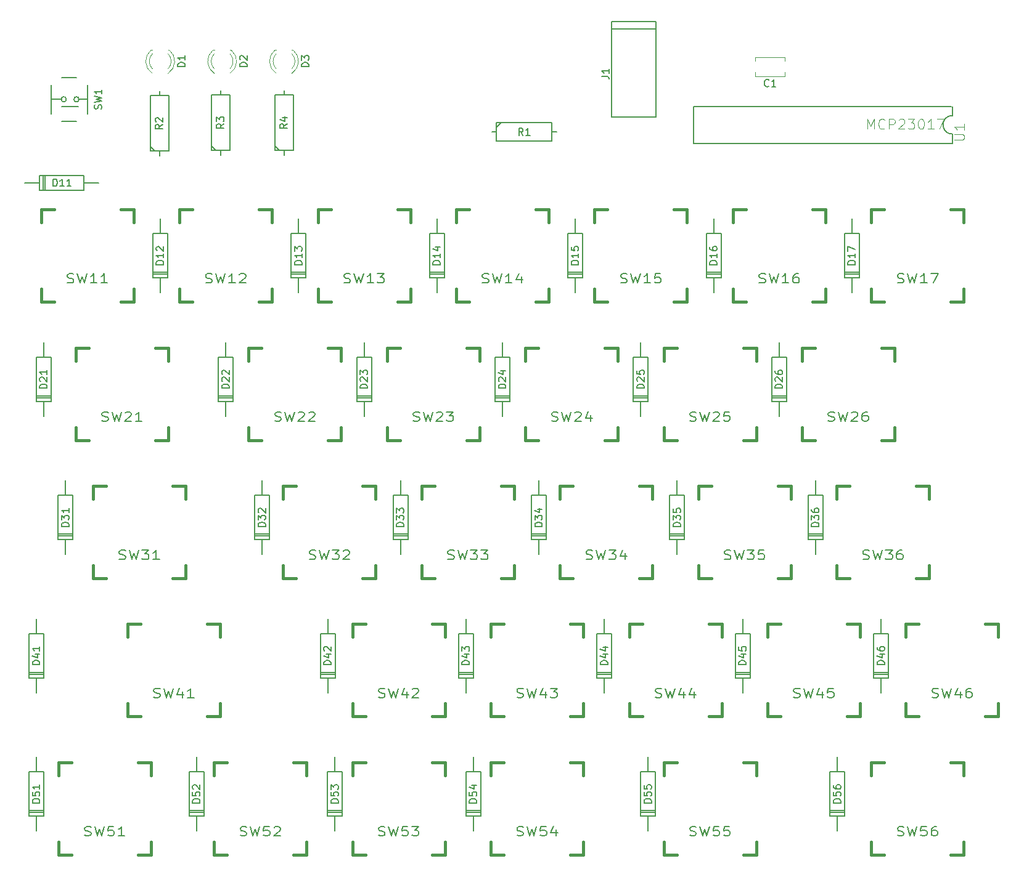
<source format=gbr>
G04 #@! TF.FileFunction,Legend,Top*
%FSLAX46Y46*%
G04 Gerber Fmt 4.6, Leading zero omitted, Abs format (unit mm)*
G04 Created by KiCad (PCBNEW 4.0.1-stable) date 2017/02/02 22:45:04*
%MOMM*%
G01*
G04 APERTURE LIST*
%ADD10C,0.100000*%
%ADD11C,0.150000*%
%ADD12C,0.381000*%
%ADD13C,0.152400*%
%ADD14C,0.120000*%
%ADD15C,0.203200*%
%ADD16C,0.050000*%
G04 APERTURE END LIST*
D10*
D11*
X40310000Y-50000000D02*
X41580000Y-50000000D01*
X32690000Y-50000000D02*
X31420000Y-50000000D01*
X32690000Y-50000000D02*
X33452000Y-50000000D01*
X33452000Y-50000000D02*
X33452000Y-51016000D01*
X33452000Y-51016000D02*
X39548000Y-51016000D01*
X39548000Y-51016000D02*
X39548000Y-50000000D01*
X39548000Y-50000000D02*
X40310000Y-50000000D01*
X39548000Y-50000000D02*
X39548000Y-48984000D01*
X39548000Y-48984000D02*
X33452000Y-48984000D01*
X33452000Y-48984000D02*
X33452000Y-50000000D01*
X33960000Y-51016000D02*
X33960000Y-48984000D01*
X34214000Y-48984000D02*
X34214000Y-51016000D01*
X50000000Y-56190000D02*
X50000000Y-54920000D01*
X50000000Y-63810000D02*
X50000000Y-65080000D01*
X50000000Y-63810000D02*
X50000000Y-63048000D01*
X50000000Y-63048000D02*
X51016000Y-63048000D01*
X51016000Y-63048000D02*
X51016000Y-56952000D01*
X51016000Y-56952000D02*
X50000000Y-56952000D01*
X50000000Y-56952000D02*
X50000000Y-56190000D01*
X50000000Y-56952000D02*
X48984000Y-56952000D01*
X48984000Y-56952000D02*
X48984000Y-63048000D01*
X48984000Y-63048000D02*
X50000000Y-63048000D01*
X51016000Y-62540000D02*
X48984000Y-62540000D01*
X48984000Y-62286000D02*
X51016000Y-62286000D01*
X69000000Y-56190000D02*
X69000000Y-54920000D01*
X69000000Y-63810000D02*
X69000000Y-65080000D01*
X69000000Y-63810000D02*
X69000000Y-63048000D01*
X69000000Y-63048000D02*
X70016000Y-63048000D01*
X70016000Y-63048000D02*
X70016000Y-56952000D01*
X70016000Y-56952000D02*
X69000000Y-56952000D01*
X69000000Y-56952000D02*
X69000000Y-56190000D01*
X69000000Y-56952000D02*
X67984000Y-56952000D01*
X67984000Y-56952000D02*
X67984000Y-63048000D01*
X67984000Y-63048000D02*
X69000000Y-63048000D01*
X70016000Y-62540000D02*
X67984000Y-62540000D01*
X67984000Y-62286000D02*
X70016000Y-62286000D01*
X88000000Y-56190000D02*
X88000000Y-54920000D01*
X88000000Y-63810000D02*
X88000000Y-65080000D01*
X88000000Y-63810000D02*
X88000000Y-63048000D01*
X88000000Y-63048000D02*
X89016000Y-63048000D01*
X89016000Y-63048000D02*
X89016000Y-56952000D01*
X89016000Y-56952000D02*
X88000000Y-56952000D01*
X88000000Y-56952000D02*
X88000000Y-56190000D01*
X88000000Y-56952000D02*
X86984000Y-56952000D01*
X86984000Y-56952000D02*
X86984000Y-63048000D01*
X86984000Y-63048000D02*
X88000000Y-63048000D01*
X89016000Y-62540000D02*
X86984000Y-62540000D01*
X86984000Y-62286000D02*
X89016000Y-62286000D01*
X107000000Y-56190000D02*
X107000000Y-54920000D01*
X107000000Y-63810000D02*
X107000000Y-65080000D01*
X107000000Y-63810000D02*
X107000000Y-63048000D01*
X107000000Y-63048000D02*
X108016000Y-63048000D01*
X108016000Y-63048000D02*
X108016000Y-56952000D01*
X108016000Y-56952000D02*
X107000000Y-56952000D01*
X107000000Y-56952000D02*
X107000000Y-56190000D01*
X107000000Y-56952000D02*
X105984000Y-56952000D01*
X105984000Y-56952000D02*
X105984000Y-63048000D01*
X105984000Y-63048000D02*
X107000000Y-63048000D01*
X108016000Y-62540000D02*
X105984000Y-62540000D01*
X105984000Y-62286000D02*
X108016000Y-62286000D01*
X126000000Y-56190000D02*
X126000000Y-54920000D01*
X126000000Y-63810000D02*
X126000000Y-65080000D01*
X126000000Y-63810000D02*
X126000000Y-63048000D01*
X126000000Y-63048000D02*
X127016000Y-63048000D01*
X127016000Y-63048000D02*
X127016000Y-56952000D01*
X127016000Y-56952000D02*
X126000000Y-56952000D01*
X126000000Y-56952000D02*
X126000000Y-56190000D01*
X126000000Y-56952000D02*
X124984000Y-56952000D01*
X124984000Y-56952000D02*
X124984000Y-63048000D01*
X124984000Y-63048000D02*
X126000000Y-63048000D01*
X127016000Y-62540000D02*
X124984000Y-62540000D01*
X124984000Y-62286000D02*
X127016000Y-62286000D01*
X145000000Y-56190000D02*
X145000000Y-54920000D01*
X145000000Y-63810000D02*
X145000000Y-65080000D01*
X145000000Y-63810000D02*
X145000000Y-63048000D01*
X145000000Y-63048000D02*
X146016000Y-63048000D01*
X146016000Y-63048000D02*
X146016000Y-56952000D01*
X146016000Y-56952000D02*
X145000000Y-56952000D01*
X145000000Y-56952000D02*
X145000000Y-56190000D01*
X145000000Y-56952000D02*
X143984000Y-56952000D01*
X143984000Y-56952000D02*
X143984000Y-63048000D01*
X143984000Y-63048000D02*
X145000000Y-63048000D01*
X146016000Y-62540000D02*
X143984000Y-62540000D01*
X143984000Y-62286000D02*
X146016000Y-62286000D01*
X34000000Y-73190000D02*
X34000000Y-71920000D01*
X34000000Y-80810000D02*
X34000000Y-82080000D01*
X34000000Y-80810000D02*
X34000000Y-80048000D01*
X34000000Y-80048000D02*
X35016000Y-80048000D01*
X35016000Y-80048000D02*
X35016000Y-73952000D01*
X35016000Y-73952000D02*
X34000000Y-73952000D01*
X34000000Y-73952000D02*
X34000000Y-73190000D01*
X34000000Y-73952000D02*
X32984000Y-73952000D01*
X32984000Y-73952000D02*
X32984000Y-80048000D01*
X32984000Y-80048000D02*
X34000000Y-80048000D01*
X35016000Y-79540000D02*
X32984000Y-79540000D01*
X32984000Y-79286000D02*
X35016000Y-79286000D01*
X59000000Y-73190000D02*
X59000000Y-71920000D01*
X59000000Y-80810000D02*
X59000000Y-82080000D01*
X59000000Y-80810000D02*
X59000000Y-80048000D01*
X59000000Y-80048000D02*
X60016000Y-80048000D01*
X60016000Y-80048000D02*
X60016000Y-73952000D01*
X60016000Y-73952000D02*
X59000000Y-73952000D01*
X59000000Y-73952000D02*
X59000000Y-73190000D01*
X59000000Y-73952000D02*
X57984000Y-73952000D01*
X57984000Y-73952000D02*
X57984000Y-80048000D01*
X57984000Y-80048000D02*
X59000000Y-80048000D01*
X60016000Y-79540000D02*
X57984000Y-79540000D01*
X57984000Y-79286000D02*
X60016000Y-79286000D01*
X78000000Y-73190000D02*
X78000000Y-71920000D01*
X78000000Y-80810000D02*
X78000000Y-82080000D01*
X78000000Y-80810000D02*
X78000000Y-80048000D01*
X78000000Y-80048000D02*
X79016000Y-80048000D01*
X79016000Y-80048000D02*
X79016000Y-73952000D01*
X79016000Y-73952000D02*
X78000000Y-73952000D01*
X78000000Y-73952000D02*
X78000000Y-73190000D01*
X78000000Y-73952000D02*
X76984000Y-73952000D01*
X76984000Y-73952000D02*
X76984000Y-80048000D01*
X76984000Y-80048000D02*
X78000000Y-80048000D01*
X79016000Y-79540000D02*
X76984000Y-79540000D01*
X76984000Y-79286000D02*
X79016000Y-79286000D01*
X97000000Y-73190000D02*
X97000000Y-71920000D01*
X97000000Y-80810000D02*
X97000000Y-82080000D01*
X97000000Y-80810000D02*
X97000000Y-80048000D01*
X97000000Y-80048000D02*
X98016000Y-80048000D01*
X98016000Y-80048000D02*
X98016000Y-73952000D01*
X98016000Y-73952000D02*
X97000000Y-73952000D01*
X97000000Y-73952000D02*
X97000000Y-73190000D01*
X97000000Y-73952000D02*
X95984000Y-73952000D01*
X95984000Y-73952000D02*
X95984000Y-80048000D01*
X95984000Y-80048000D02*
X97000000Y-80048000D01*
X98016000Y-79540000D02*
X95984000Y-79540000D01*
X95984000Y-79286000D02*
X98016000Y-79286000D01*
X116000000Y-73190000D02*
X116000000Y-71920000D01*
X116000000Y-80810000D02*
X116000000Y-82080000D01*
X116000000Y-80810000D02*
X116000000Y-80048000D01*
X116000000Y-80048000D02*
X117016000Y-80048000D01*
X117016000Y-80048000D02*
X117016000Y-73952000D01*
X117016000Y-73952000D02*
X116000000Y-73952000D01*
X116000000Y-73952000D02*
X116000000Y-73190000D01*
X116000000Y-73952000D02*
X114984000Y-73952000D01*
X114984000Y-73952000D02*
X114984000Y-80048000D01*
X114984000Y-80048000D02*
X116000000Y-80048000D01*
X117016000Y-79540000D02*
X114984000Y-79540000D01*
X114984000Y-79286000D02*
X117016000Y-79286000D01*
X135000000Y-73190000D02*
X135000000Y-71920000D01*
X135000000Y-80810000D02*
X135000000Y-82080000D01*
X135000000Y-80810000D02*
X135000000Y-80048000D01*
X135000000Y-80048000D02*
X136016000Y-80048000D01*
X136016000Y-80048000D02*
X136016000Y-73952000D01*
X136016000Y-73952000D02*
X135000000Y-73952000D01*
X135000000Y-73952000D02*
X135000000Y-73190000D01*
X135000000Y-73952000D02*
X133984000Y-73952000D01*
X133984000Y-73952000D02*
X133984000Y-80048000D01*
X133984000Y-80048000D02*
X135000000Y-80048000D01*
X136016000Y-79540000D02*
X133984000Y-79540000D01*
X133984000Y-79286000D02*
X136016000Y-79286000D01*
X37000000Y-92190000D02*
X37000000Y-90920000D01*
X37000000Y-99810000D02*
X37000000Y-101080000D01*
X37000000Y-99810000D02*
X37000000Y-99048000D01*
X37000000Y-99048000D02*
X38016000Y-99048000D01*
X38016000Y-99048000D02*
X38016000Y-92952000D01*
X38016000Y-92952000D02*
X37000000Y-92952000D01*
X37000000Y-92952000D02*
X37000000Y-92190000D01*
X37000000Y-92952000D02*
X35984000Y-92952000D01*
X35984000Y-92952000D02*
X35984000Y-99048000D01*
X35984000Y-99048000D02*
X37000000Y-99048000D01*
X38016000Y-98540000D02*
X35984000Y-98540000D01*
X35984000Y-98286000D02*
X38016000Y-98286000D01*
X64000000Y-92190000D02*
X64000000Y-90920000D01*
X64000000Y-99810000D02*
X64000000Y-101080000D01*
X64000000Y-99810000D02*
X64000000Y-99048000D01*
X64000000Y-99048000D02*
X65016000Y-99048000D01*
X65016000Y-99048000D02*
X65016000Y-92952000D01*
X65016000Y-92952000D02*
X64000000Y-92952000D01*
X64000000Y-92952000D02*
X64000000Y-92190000D01*
X64000000Y-92952000D02*
X62984000Y-92952000D01*
X62984000Y-92952000D02*
X62984000Y-99048000D01*
X62984000Y-99048000D02*
X64000000Y-99048000D01*
X65016000Y-98540000D02*
X62984000Y-98540000D01*
X62984000Y-98286000D02*
X65016000Y-98286000D01*
X83000000Y-92190000D02*
X83000000Y-90920000D01*
X83000000Y-99810000D02*
X83000000Y-101080000D01*
X83000000Y-99810000D02*
X83000000Y-99048000D01*
X83000000Y-99048000D02*
X84016000Y-99048000D01*
X84016000Y-99048000D02*
X84016000Y-92952000D01*
X84016000Y-92952000D02*
X83000000Y-92952000D01*
X83000000Y-92952000D02*
X83000000Y-92190000D01*
X83000000Y-92952000D02*
X81984000Y-92952000D01*
X81984000Y-92952000D02*
X81984000Y-99048000D01*
X81984000Y-99048000D02*
X83000000Y-99048000D01*
X84016000Y-98540000D02*
X81984000Y-98540000D01*
X81984000Y-98286000D02*
X84016000Y-98286000D01*
X102000000Y-92190000D02*
X102000000Y-90920000D01*
X102000000Y-99810000D02*
X102000000Y-101080000D01*
X102000000Y-99810000D02*
X102000000Y-99048000D01*
X102000000Y-99048000D02*
X103016000Y-99048000D01*
X103016000Y-99048000D02*
X103016000Y-92952000D01*
X103016000Y-92952000D02*
X102000000Y-92952000D01*
X102000000Y-92952000D02*
X102000000Y-92190000D01*
X102000000Y-92952000D02*
X100984000Y-92952000D01*
X100984000Y-92952000D02*
X100984000Y-99048000D01*
X100984000Y-99048000D02*
X102000000Y-99048000D01*
X103016000Y-98540000D02*
X100984000Y-98540000D01*
X100984000Y-98286000D02*
X103016000Y-98286000D01*
X121000000Y-92190000D02*
X121000000Y-90920000D01*
X121000000Y-99810000D02*
X121000000Y-101080000D01*
X121000000Y-99810000D02*
X121000000Y-99048000D01*
X121000000Y-99048000D02*
X122016000Y-99048000D01*
X122016000Y-99048000D02*
X122016000Y-92952000D01*
X122016000Y-92952000D02*
X121000000Y-92952000D01*
X121000000Y-92952000D02*
X121000000Y-92190000D01*
X121000000Y-92952000D02*
X119984000Y-92952000D01*
X119984000Y-92952000D02*
X119984000Y-99048000D01*
X119984000Y-99048000D02*
X121000000Y-99048000D01*
X122016000Y-98540000D02*
X119984000Y-98540000D01*
X119984000Y-98286000D02*
X122016000Y-98286000D01*
X140000000Y-92190000D02*
X140000000Y-90920000D01*
X140000000Y-99810000D02*
X140000000Y-101080000D01*
X140000000Y-99810000D02*
X140000000Y-99048000D01*
X140000000Y-99048000D02*
X141016000Y-99048000D01*
X141016000Y-99048000D02*
X141016000Y-92952000D01*
X141016000Y-92952000D02*
X140000000Y-92952000D01*
X140000000Y-92952000D02*
X140000000Y-92190000D01*
X140000000Y-92952000D02*
X138984000Y-92952000D01*
X138984000Y-92952000D02*
X138984000Y-99048000D01*
X138984000Y-99048000D02*
X140000000Y-99048000D01*
X141016000Y-98540000D02*
X138984000Y-98540000D01*
X138984000Y-98286000D02*
X141016000Y-98286000D01*
X33000000Y-111190000D02*
X33000000Y-109920000D01*
X33000000Y-118810000D02*
X33000000Y-120080000D01*
X33000000Y-118810000D02*
X33000000Y-118048000D01*
X33000000Y-118048000D02*
X34016000Y-118048000D01*
X34016000Y-118048000D02*
X34016000Y-111952000D01*
X34016000Y-111952000D02*
X33000000Y-111952000D01*
X33000000Y-111952000D02*
X33000000Y-111190000D01*
X33000000Y-111952000D02*
X31984000Y-111952000D01*
X31984000Y-111952000D02*
X31984000Y-118048000D01*
X31984000Y-118048000D02*
X33000000Y-118048000D01*
X34016000Y-117540000D02*
X31984000Y-117540000D01*
X31984000Y-117286000D02*
X34016000Y-117286000D01*
X73000000Y-111190000D02*
X73000000Y-109920000D01*
X73000000Y-118810000D02*
X73000000Y-120080000D01*
X73000000Y-118810000D02*
X73000000Y-118048000D01*
X73000000Y-118048000D02*
X74016000Y-118048000D01*
X74016000Y-118048000D02*
X74016000Y-111952000D01*
X74016000Y-111952000D02*
X73000000Y-111952000D01*
X73000000Y-111952000D02*
X73000000Y-111190000D01*
X73000000Y-111952000D02*
X71984000Y-111952000D01*
X71984000Y-111952000D02*
X71984000Y-118048000D01*
X71984000Y-118048000D02*
X73000000Y-118048000D01*
X74016000Y-117540000D02*
X71984000Y-117540000D01*
X71984000Y-117286000D02*
X74016000Y-117286000D01*
X92000000Y-111190000D02*
X92000000Y-109920000D01*
X92000000Y-118810000D02*
X92000000Y-120080000D01*
X92000000Y-118810000D02*
X92000000Y-118048000D01*
X92000000Y-118048000D02*
X93016000Y-118048000D01*
X93016000Y-118048000D02*
X93016000Y-111952000D01*
X93016000Y-111952000D02*
X92000000Y-111952000D01*
X92000000Y-111952000D02*
X92000000Y-111190000D01*
X92000000Y-111952000D02*
X90984000Y-111952000D01*
X90984000Y-111952000D02*
X90984000Y-118048000D01*
X90984000Y-118048000D02*
X92000000Y-118048000D01*
X93016000Y-117540000D02*
X90984000Y-117540000D01*
X90984000Y-117286000D02*
X93016000Y-117286000D01*
X111000000Y-111190000D02*
X111000000Y-109920000D01*
X111000000Y-118810000D02*
X111000000Y-120080000D01*
X111000000Y-118810000D02*
X111000000Y-118048000D01*
X111000000Y-118048000D02*
X112016000Y-118048000D01*
X112016000Y-118048000D02*
X112016000Y-111952000D01*
X112016000Y-111952000D02*
X111000000Y-111952000D01*
X111000000Y-111952000D02*
X111000000Y-111190000D01*
X111000000Y-111952000D02*
X109984000Y-111952000D01*
X109984000Y-111952000D02*
X109984000Y-118048000D01*
X109984000Y-118048000D02*
X111000000Y-118048000D01*
X112016000Y-117540000D02*
X109984000Y-117540000D01*
X109984000Y-117286000D02*
X112016000Y-117286000D01*
X130000000Y-111190000D02*
X130000000Y-109920000D01*
X130000000Y-118810000D02*
X130000000Y-120080000D01*
X130000000Y-118810000D02*
X130000000Y-118048000D01*
X130000000Y-118048000D02*
X131016000Y-118048000D01*
X131016000Y-118048000D02*
X131016000Y-111952000D01*
X131016000Y-111952000D02*
X130000000Y-111952000D01*
X130000000Y-111952000D02*
X130000000Y-111190000D01*
X130000000Y-111952000D02*
X128984000Y-111952000D01*
X128984000Y-111952000D02*
X128984000Y-118048000D01*
X128984000Y-118048000D02*
X130000000Y-118048000D01*
X131016000Y-117540000D02*
X128984000Y-117540000D01*
X128984000Y-117286000D02*
X131016000Y-117286000D01*
X149000000Y-111190000D02*
X149000000Y-109920000D01*
X149000000Y-118810000D02*
X149000000Y-120080000D01*
X149000000Y-118810000D02*
X149000000Y-118048000D01*
X149000000Y-118048000D02*
X150016000Y-118048000D01*
X150016000Y-118048000D02*
X150016000Y-111952000D01*
X150016000Y-111952000D02*
X149000000Y-111952000D01*
X149000000Y-111952000D02*
X149000000Y-111190000D01*
X149000000Y-111952000D02*
X147984000Y-111952000D01*
X147984000Y-111952000D02*
X147984000Y-118048000D01*
X147984000Y-118048000D02*
X149000000Y-118048000D01*
X150016000Y-117540000D02*
X147984000Y-117540000D01*
X147984000Y-117286000D02*
X150016000Y-117286000D01*
X33000000Y-130190000D02*
X33000000Y-128920000D01*
X33000000Y-137810000D02*
X33000000Y-139080000D01*
X33000000Y-137810000D02*
X33000000Y-137048000D01*
X33000000Y-137048000D02*
X34016000Y-137048000D01*
X34016000Y-137048000D02*
X34016000Y-130952000D01*
X34016000Y-130952000D02*
X33000000Y-130952000D01*
X33000000Y-130952000D02*
X33000000Y-130190000D01*
X33000000Y-130952000D02*
X31984000Y-130952000D01*
X31984000Y-130952000D02*
X31984000Y-137048000D01*
X31984000Y-137048000D02*
X33000000Y-137048000D01*
X34016000Y-136540000D02*
X31984000Y-136540000D01*
X31984000Y-136286000D02*
X34016000Y-136286000D01*
X55000000Y-130190000D02*
X55000000Y-128920000D01*
X55000000Y-137810000D02*
X55000000Y-139080000D01*
X55000000Y-137810000D02*
X55000000Y-137048000D01*
X55000000Y-137048000D02*
X56016000Y-137048000D01*
X56016000Y-137048000D02*
X56016000Y-130952000D01*
X56016000Y-130952000D02*
X55000000Y-130952000D01*
X55000000Y-130952000D02*
X55000000Y-130190000D01*
X55000000Y-130952000D02*
X53984000Y-130952000D01*
X53984000Y-130952000D02*
X53984000Y-137048000D01*
X53984000Y-137048000D02*
X55000000Y-137048000D01*
X56016000Y-136540000D02*
X53984000Y-136540000D01*
X53984000Y-136286000D02*
X56016000Y-136286000D01*
X74000000Y-130190000D02*
X74000000Y-128920000D01*
X74000000Y-137810000D02*
X74000000Y-139080000D01*
X74000000Y-137810000D02*
X74000000Y-137048000D01*
X74000000Y-137048000D02*
X75016000Y-137048000D01*
X75016000Y-137048000D02*
X75016000Y-130952000D01*
X75016000Y-130952000D02*
X74000000Y-130952000D01*
X74000000Y-130952000D02*
X74000000Y-130190000D01*
X74000000Y-130952000D02*
X72984000Y-130952000D01*
X72984000Y-130952000D02*
X72984000Y-137048000D01*
X72984000Y-137048000D02*
X74000000Y-137048000D01*
X75016000Y-136540000D02*
X72984000Y-136540000D01*
X72984000Y-136286000D02*
X75016000Y-136286000D01*
X93000000Y-130190000D02*
X93000000Y-128920000D01*
X93000000Y-137810000D02*
X93000000Y-139080000D01*
X93000000Y-137810000D02*
X93000000Y-137048000D01*
X93000000Y-137048000D02*
X94016000Y-137048000D01*
X94016000Y-137048000D02*
X94016000Y-130952000D01*
X94016000Y-130952000D02*
X93000000Y-130952000D01*
X93000000Y-130952000D02*
X93000000Y-130190000D01*
X93000000Y-130952000D02*
X91984000Y-130952000D01*
X91984000Y-130952000D02*
X91984000Y-137048000D01*
X91984000Y-137048000D02*
X93000000Y-137048000D01*
X94016000Y-136540000D02*
X91984000Y-136540000D01*
X91984000Y-136286000D02*
X94016000Y-136286000D01*
X117000000Y-130190000D02*
X117000000Y-128920000D01*
X117000000Y-137810000D02*
X117000000Y-139080000D01*
X117000000Y-137810000D02*
X117000000Y-137048000D01*
X117000000Y-137048000D02*
X118016000Y-137048000D01*
X118016000Y-137048000D02*
X118016000Y-130952000D01*
X118016000Y-130952000D02*
X117000000Y-130952000D01*
X117000000Y-130952000D02*
X117000000Y-130190000D01*
X117000000Y-130952000D02*
X115984000Y-130952000D01*
X115984000Y-130952000D02*
X115984000Y-137048000D01*
X115984000Y-137048000D02*
X117000000Y-137048000D01*
X118016000Y-136540000D02*
X115984000Y-136540000D01*
X115984000Y-136286000D02*
X118016000Y-136286000D01*
X143000000Y-130190000D02*
X143000000Y-128920000D01*
X143000000Y-137810000D02*
X143000000Y-139080000D01*
X143000000Y-137810000D02*
X143000000Y-137048000D01*
X143000000Y-137048000D02*
X144016000Y-137048000D01*
X144016000Y-137048000D02*
X144016000Y-130952000D01*
X144016000Y-130952000D02*
X143000000Y-130952000D01*
X143000000Y-130952000D02*
X143000000Y-130190000D01*
X143000000Y-130952000D02*
X141984000Y-130952000D01*
X141984000Y-130952000D02*
X141984000Y-137048000D01*
X141984000Y-137048000D02*
X143000000Y-137048000D01*
X144016000Y-136540000D02*
X141984000Y-136540000D01*
X141984000Y-136286000D02*
X144016000Y-136286000D01*
X118050000Y-28800000D02*
X118050000Y-27800000D01*
X118050000Y-27800000D02*
X111950000Y-27800000D01*
X111950000Y-27800000D02*
X111950000Y-28800000D01*
X111950000Y-28800000D02*
X111950000Y-40900000D01*
X118050000Y-28800000D02*
X118050000Y-40900000D01*
X118050000Y-28800000D02*
X111950000Y-28800000D01*
X111950000Y-40900000D02*
X118050000Y-40900000D01*
X96190000Y-42365000D02*
X96190000Y-44270000D01*
X96190000Y-44270000D02*
X103810000Y-44270000D01*
X103810000Y-44270000D02*
X103810000Y-41730000D01*
X103810000Y-41730000D02*
X96190000Y-41730000D01*
X96190000Y-41730000D02*
X96190000Y-42365000D01*
X95555000Y-43000000D02*
X96190000Y-43000000D01*
X103810000Y-43000000D02*
X104445000Y-43000000D01*
X96190000Y-42365000D02*
X96825000Y-41730000D01*
X49265000Y-45610000D02*
X51170000Y-45610000D01*
X51170000Y-45610000D02*
X51170000Y-37990000D01*
X51170000Y-37990000D02*
X48630000Y-37990000D01*
X48630000Y-37990000D02*
X48630000Y-45610000D01*
X48630000Y-45610000D02*
X49265000Y-45610000D01*
X49900000Y-46245000D02*
X49900000Y-45610000D01*
X49900000Y-37990000D02*
X49900000Y-37355000D01*
X49265000Y-45610000D02*
X48630000Y-44975000D01*
X57665000Y-45510000D02*
X59570000Y-45510000D01*
X59570000Y-45510000D02*
X59570000Y-37890000D01*
X59570000Y-37890000D02*
X57030000Y-37890000D01*
X57030000Y-37890000D02*
X57030000Y-45510000D01*
X57030000Y-45510000D02*
X57665000Y-45510000D01*
X58300000Y-46145000D02*
X58300000Y-45510000D01*
X58300000Y-37890000D02*
X58300000Y-37255000D01*
X57665000Y-45510000D02*
X57030000Y-44875000D01*
X66365000Y-45510000D02*
X68270000Y-45510000D01*
X68270000Y-45510000D02*
X68270000Y-37890000D01*
X68270000Y-37890000D02*
X65730000Y-37890000D01*
X65730000Y-37890000D02*
X65730000Y-45510000D01*
X65730000Y-45510000D02*
X66365000Y-45510000D01*
X67000000Y-46145000D02*
X67000000Y-45510000D01*
X67000000Y-37890000D02*
X67000000Y-37255000D01*
X66365000Y-45510000D02*
X65730000Y-44875000D01*
D12*
X33650000Y-53650000D02*
X35428000Y-53650000D01*
X44572000Y-53650000D02*
X46350000Y-53650000D01*
X46350000Y-53650000D02*
X46350000Y-55428000D01*
X46350000Y-64572000D02*
X46350000Y-66350000D01*
X46350000Y-66350000D02*
X44572000Y-66350000D01*
X35428000Y-66350000D02*
X33650000Y-66350000D01*
X33650000Y-66350000D02*
X33650000Y-64572000D01*
X33650000Y-55428000D02*
X33650000Y-53650000D01*
X52650000Y-53650000D02*
X54428000Y-53650000D01*
X63572000Y-53650000D02*
X65350000Y-53650000D01*
X65350000Y-53650000D02*
X65350000Y-55428000D01*
X65350000Y-64572000D02*
X65350000Y-66350000D01*
X65350000Y-66350000D02*
X63572000Y-66350000D01*
X54428000Y-66350000D02*
X52650000Y-66350000D01*
X52650000Y-66350000D02*
X52650000Y-64572000D01*
X52650000Y-55428000D02*
X52650000Y-53650000D01*
X71650000Y-53650000D02*
X73428000Y-53650000D01*
X82572000Y-53650000D02*
X84350000Y-53650000D01*
X84350000Y-53650000D02*
X84350000Y-55428000D01*
X84350000Y-64572000D02*
X84350000Y-66350000D01*
X84350000Y-66350000D02*
X82572000Y-66350000D01*
X73428000Y-66350000D02*
X71650000Y-66350000D01*
X71650000Y-66350000D02*
X71650000Y-64572000D01*
X71650000Y-55428000D02*
X71650000Y-53650000D01*
X90650000Y-53650000D02*
X92428000Y-53650000D01*
X101572000Y-53650000D02*
X103350000Y-53650000D01*
X103350000Y-53650000D02*
X103350000Y-55428000D01*
X103350000Y-64572000D02*
X103350000Y-66350000D01*
X103350000Y-66350000D02*
X101572000Y-66350000D01*
X92428000Y-66350000D02*
X90650000Y-66350000D01*
X90650000Y-66350000D02*
X90650000Y-64572000D01*
X90650000Y-55428000D02*
X90650000Y-53650000D01*
X109650000Y-53650000D02*
X111428000Y-53650000D01*
X120572000Y-53650000D02*
X122350000Y-53650000D01*
X122350000Y-53650000D02*
X122350000Y-55428000D01*
X122350000Y-64572000D02*
X122350000Y-66350000D01*
X122350000Y-66350000D02*
X120572000Y-66350000D01*
X111428000Y-66350000D02*
X109650000Y-66350000D01*
X109650000Y-66350000D02*
X109650000Y-64572000D01*
X109650000Y-55428000D02*
X109650000Y-53650000D01*
X128650000Y-53650000D02*
X130428000Y-53650000D01*
X139572000Y-53650000D02*
X141350000Y-53650000D01*
X141350000Y-53650000D02*
X141350000Y-55428000D01*
X141350000Y-64572000D02*
X141350000Y-66350000D01*
X141350000Y-66350000D02*
X139572000Y-66350000D01*
X130428000Y-66350000D02*
X128650000Y-66350000D01*
X128650000Y-66350000D02*
X128650000Y-64572000D01*
X128650000Y-55428000D02*
X128650000Y-53650000D01*
X147650000Y-53650000D02*
X149428000Y-53650000D01*
X158572000Y-53650000D02*
X160350000Y-53650000D01*
X160350000Y-53650000D02*
X160350000Y-55428000D01*
X160350000Y-64572000D02*
X160350000Y-66350000D01*
X160350000Y-66350000D02*
X158572000Y-66350000D01*
X149428000Y-66350000D02*
X147650000Y-66350000D01*
X147650000Y-66350000D02*
X147650000Y-64572000D01*
X147650000Y-55428000D02*
X147650000Y-53650000D01*
X38400000Y-72650000D02*
X40178000Y-72650000D01*
X49322000Y-72650000D02*
X51100000Y-72650000D01*
X51100000Y-72650000D02*
X51100000Y-74428000D01*
X51100000Y-83572000D02*
X51100000Y-85350000D01*
X51100000Y-85350000D02*
X49322000Y-85350000D01*
X40178000Y-85350000D02*
X38400000Y-85350000D01*
X38400000Y-85350000D02*
X38400000Y-83572000D01*
X38400000Y-74428000D02*
X38400000Y-72650000D01*
X62150000Y-72650000D02*
X63928000Y-72650000D01*
X73072000Y-72650000D02*
X74850000Y-72650000D01*
X74850000Y-72650000D02*
X74850000Y-74428000D01*
X74850000Y-83572000D02*
X74850000Y-85350000D01*
X74850000Y-85350000D02*
X73072000Y-85350000D01*
X63928000Y-85350000D02*
X62150000Y-85350000D01*
X62150000Y-85350000D02*
X62150000Y-83572000D01*
X62150000Y-74428000D02*
X62150000Y-72650000D01*
X81150000Y-72650000D02*
X82928000Y-72650000D01*
X92072000Y-72650000D02*
X93850000Y-72650000D01*
X93850000Y-72650000D02*
X93850000Y-74428000D01*
X93850000Y-83572000D02*
X93850000Y-85350000D01*
X93850000Y-85350000D02*
X92072000Y-85350000D01*
X82928000Y-85350000D02*
X81150000Y-85350000D01*
X81150000Y-85350000D02*
X81150000Y-83572000D01*
X81150000Y-74428000D02*
X81150000Y-72650000D01*
X100150000Y-72650000D02*
X101928000Y-72650000D01*
X111072000Y-72650000D02*
X112850000Y-72650000D01*
X112850000Y-72650000D02*
X112850000Y-74428000D01*
X112850000Y-83572000D02*
X112850000Y-85350000D01*
X112850000Y-85350000D02*
X111072000Y-85350000D01*
X101928000Y-85350000D02*
X100150000Y-85350000D01*
X100150000Y-85350000D02*
X100150000Y-83572000D01*
X100150000Y-74428000D02*
X100150000Y-72650000D01*
X119150000Y-72650000D02*
X120928000Y-72650000D01*
X130072000Y-72650000D02*
X131850000Y-72650000D01*
X131850000Y-72650000D02*
X131850000Y-74428000D01*
X131850000Y-83572000D02*
X131850000Y-85350000D01*
X131850000Y-85350000D02*
X130072000Y-85350000D01*
X120928000Y-85350000D02*
X119150000Y-85350000D01*
X119150000Y-85350000D02*
X119150000Y-83572000D01*
X119150000Y-74428000D02*
X119150000Y-72650000D01*
X138150000Y-72650000D02*
X139928000Y-72650000D01*
X149072000Y-72650000D02*
X150850000Y-72650000D01*
X150850000Y-72650000D02*
X150850000Y-74428000D01*
X150850000Y-83572000D02*
X150850000Y-85350000D01*
X150850000Y-85350000D02*
X149072000Y-85350000D01*
X139928000Y-85350000D02*
X138150000Y-85350000D01*
X138150000Y-85350000D02*
X138150000Y-83572000D01*
X138150000Y-74428000D02*
X138150000Y-72650000D01*
X40775000Y-91650000D02*
X42553000Y-91650000D01*
X51697000Y-91650000D02*
X53475000Y-91650000D01*
X53475000Y-91650000D02*
X53475000Y-93428000D01*
X53475000Y-102572000D02*
X53475000Y-104350000D01*
X53475000Y-104350000D02*
X51697000Y-104350000D01*
X42553000Y-104350000D02*
X40775000Y-104350000D01*
X40775000Y-104350000D02*
X40775000Y-102572000D01*
X40775000Y-93428000D02*
X40775000Y-91650000D01*
X66900000Y-91650000D02*
X68678000Y-91650000D01*
X77822000Y-91650000D02*
X79600000Y-91650000D01*
X79600000Y-91650000D02*
X79600000Y-93428000D01*
X79600000Y-102572000D02*
X79600000Y-104350000D01*
X79600000Y-104350000D02*
X77822000Y-104350000D01*
X68678000Y-104350000D02*
X66900000Y-104350000D01*
X66900000Y-104350000D02*
X66900000Y-102572000D01*
X66900000Y-93428000D02*
X66900000Y-91650000D01*
X85900000Y-91650000D02*
X87678000Y-91650000D01*
X96822000Y-91650000D02*
X98600000Y-91650000D01*
X98600000Y-91650000D02*
X98600000Y-93428000D01*
X98600000Y-102572000D02*
X98600000Y-104350000D01*
X98600000Y-104350000D02*
X96822000Y-104350000D01*
X87678000Y-104350000D02*
X85900000Y-104350000D01*
X85900000Y-104350000D02*
X85900000Y-102572000D01*
X85900000Y-93428000D02*
X85900000Y-91650000D01*
X104900000Y-91650000D02*
X106678000Y-91650000D01*
X115822000Y-91650000D02*
X117600000Y-91650000D01*
X117600000Y-91650000D02*
X117600000Y-93428000D01*
X117600000Y-102572000D02*
X117600000Y-104350000D01*
X117600000Y-104350000D02*
X115822000Y-104350000D01*
X106678000Y-104350000D02*
X104900000Y-104350000D01*
X104900000Y-104350000D02*
X104900000Y-102572000D01*
X104900000Y-93428000D02*
X104900000Y-91650000D01*
X123900000Y-91650000D02*
X125678000Y-91650000D01*
X134822000Y-91650000D02*
X136600000Y-91650000D01*
X136600000Y-91650000D02*
X136600000Y-93428000D01*
X136600000Y-102572000D02*
X136600000Y-104350000D01*
X136600000Y-104350000D02*
X134822000Y-104350000D01*
X125678000Y-104350000D02*
X123900000Y-104350000D01*
X123900000Y-104350000D02*
X123900000Y-102572000D01*
X123900000Y-93428000D02*
X123900000Y-91650000D01*
X142900000Y-91650000D02*
X144678000Y-91650000D01*
X153822000Y-91650000D02*
X155600000Y-91650000D01*
X155600000Y-91650000D02*
X155600000Y-93428000D01*
X155600000Y-102572000D02*
X155600000Y-104350000D01*
X155600000Y-104350000D02*
X153822000Y-104350000D01*
X144678000Y-104350000D02*
X142900000Y-104350000D01*
X142900000Y-104350000D02*
X142900000Y-102572000D01*
X142900000Y-93428000D02*
X142900000Y-91650000D01*
X45525000Y-110650000D02*
X47303000Y-110650000D01*
X56447000Y-110650000D02*
X58225000Y-110650000D01*
X58225000Y-110650000D02*
X58225000Y-112428000D01*
X58225000Y-121572000D02*
X58225000Y-123350000D01*
X58225000Y-123350000D02*
X56447000Y-123350000D01*
X47303000Y-123350000D02*
X45525000Y-123350000D01*
X45525000Y-123350000D02*
X45525000Y-121572000D01*
X45525000Y-112428000D02*
X45525000Y-110650000D01*
X76400000Y-110650000D02*
X78178000Y-110650000D01*
X87322000Y-110650000D02*
X89100000Y-110650000D01*
X89100000Y-110650000D02*
X89100000Y-112428000D01*
X89100000Y-121572000D02*
X89100000Y-123350000D01*
X89100000Y-123350000D02*
X87322000Y-123350000D01*
X78178000Y-123350000D02*
X76400000Y-123350000D01*
X76400000Y-123350000D02*
X76400000Y-121572000D01*
X76400000Y-112428000D02*
X76400000Y-110650000D01*
X95400000Y-110650000D02*
X97178000Y-110650000D01*
X106322000Y-110650000D02*
X108100000Y-110650000D01*
X108100000Y-110650000D02*
X108100000Y-112428000D01*
X108100000Y-121572000D02*
X108100000Y-123350000D01*
X108100000Y-123350000D02*
X106322000Y-123350000D01*
X97178000Y-123350000D02*
X95400000Y-123350000D01*
X95400000Y-123350000D02*
X95400000Y-121572000D01*
X95400000Y-112428000D02*
X95400000Y-110650000D01*
X114400000Y-110650000D02*
X116178000Y-110650000D01*
X125322000Y-110650000D02*
X127100000Y-110650000D01*
X127100000Y-110650000D02*
X127100000Y-112428000D01*
X127100000Y-121572000D02*
X127100000Y-123350000D01*
X127100000Y-123350000D02*
X125322000Y-123350000D01*
X116178000Y-123350000D02*
X114400000Y-123350000D01*
X114400000Y-123350000D02*
X114400000Y-121572000D01*
X114400000Y-112428000D02*
X114400000Y-110650000D01*
X133400000Y-110650000D02*
X135178000Y-110650000D01*
X144322000Y-110650000D02*
X146100000Y-110650000D01*
X146100000Y-110650000D02*
X146100000Y-112428000D01*
X146100000Y-121572000D02*
X146100000Y-123350000D01*
X146100000Y-123350000D02*
X144322000Y-123350000D01*
X135178000Y-123350000D02*
X133400000Y-123350000D01*
X133400000Y-123350000D02*
X133400000Y-121572000D01*
X133400000Y-112428000D02*
X133400000Y-110650000D01*
X152400000Y-110650000D02*
X154178000Y-110650000D01*
X163322000Y-110650000D02*
X165100000Y-110650000D01*
X165100000Y-110650000D02*
X165100000Y-112428000D01*
X165100000Y-121572000D02*
X165100000Y-123350000D01*
X165100000Y-123350000D02*
X163322000Y-123350000D01*
X154178000Y-123350000D02*
X152400000Y-123350000D01*
X152400000Y-123350000D02*
X152400000Y-121572000D01*
X152400000Y-112428000D02*
X152400000Y-110650000D01*
X57400000Y-129650000D02*
X59178000Y-129650000D01*
X68322000Y-129650000D02*
X70100000Y-129650000D01*
X70100000Y-129650000D02*
X70100000Y-131428000D01*
X70100000Y-140572000D02*
X70100000Y-142350000D01*
X70100000Y-142350000D02*
X68322000Y-142350000D01*
X59178000Y-142350000D02*
X57400000Y-142350000D01*
X57400000Y-142350000D02*
X57400000Y-140572000D01*
X57400000Y-131428000D02*
X57400000Y-129650000D01*
X76400000Y-129650000D02*
X78178000Y-129650000D01*
X87322000Y-129650000D02*
X89100000Y-129650000D01*
X89100000Y-129650000D02*
X89100000Y-131428000D01*
X89100000Y-140572000D02*
X89100000Y-142350000D01*
X89100000Y-142350000D02*
X87322000Y-142350000D01*
X78178000Y-142350000D02*
X76400000Y-142350000D01*
X76400000Y-142350000D02*
X76400000Y-140572000D01*
X76400000Y-131428000D02*
X76400000Y-129650000D01*
D13*
X158780000Y-40730000D02*
X158780000Y-39460000D01*
X158780000Y-43270000D02*
G75*
G02X158780000Y-40730000I0J1270000D01*
G01*
X123220000Y-39460000D02*
X123220000Y-44540000D01*
X158780000Y-44540000D02*
X158780000Y-43270000D01*
X158780000Y-44540000D02*
X123220000Y-44540000D01*
X158653000Y-39460000D02*
X123220000Y-39460000D01*
D14*
X135810000Y-35310000D02*
X131690000Y-35310000D01*
X135810000Y-32690000D02*
X131690000Y-32690000D01*
X135810000Y-35310000D02*
X135810000Y-34750000D01*
X135810000Y-33250000D02*
X135810000Y-32690000D01*
X131690000Y-35310000D02*
X131690000Y-34750000D01*
X131690000Y-33250000D02*
X131690000Y-32690000D01*
X51078608Y-34942335D02*
G75*
G03X51235516Y-31710000I-1078608J1672335D01*
G01*
X48921392Y-34942335D02*
G75*
G02X48764484Y-31710000I1078608J1672335D01*
G01*
X51079837Y-34311130D02*
G75*
G03X51080000Y-32229039I-1079837J1041130D01*
G01*
X48920163Y-34311130D02*
G75*
G02X48920000Y-32229039I1079837J1041130D01*
G01*
X51236000Y-31710000D02*
X51080000Y-31710000D01*
X48920000Y-31710000D02*
X48764000Y-31710000D01*
X59578608Y-34942335D02*
G75*
G03X59735516Y-31710000I-1078608J1672335D01*
G01*
X57421392Y-34942335D02*
G75*
G02X57264484Y-31710000I1078608J1672335D01*
G01*
X59579837Y-34311130D02*
G75*
G03X59580000Y-32229039I-1079837J1041130D01*
G01*
X57420163Y-34311130D02*
G75*
G02X57420000Y-32229039I1079837J1041130D01*
G01*
X59736000Y-31710000D02*
X59580000Y-31710000D01*
X57420000Y-31710000D02*
X57264000Y-31710000D01*
X68078608Y-34942335D02*
G75*
G03X68235516Y-31710000I-1078608J1672335D01*
G01*
X65921392Y-34942335D02*
G75*
G02X65764484Y-31710000I1078608J1672335D01*
G01*
X68079837Y-34311130D02*
G75*
G03X68080000Y-32229039I-1079837J1041130D01*
G01*
X65920163Y-34311130D02*
G75*
G02X65920000Y-32229039I1079837J1041130D01*
G01*
X68236000Y-31710000D02*
X68080000Y-31710000D01*
X65920000Y-31710000D02*
X65764000Y-31710000D01*
D11*
X36500000Y-39500000D02*
X38750000Y-39500000D01*
X38750000Y-38500000D02*
X40000000Y-38500000D01*
X36500000Y-38500000D02*
X35000000Y-38500000D01*
X38853553Y-38500000D02*
G75*
G03X38853553Y-38500000I-353553J0D01*
G01*
X37103553Y-38500000D02*
G75*
G03X37103553Y-38500000I-353553J0D01*
G01*
X40000000Y-40500000D02*
X40000000Y-36500000D01*
X35000000Y-40500000D02*
X35000000Y-36500000D01*
X36500000Y-35500000D02*
X38500000Y-35500000D01*
X36500000Y-41500000D02*
X38500000Y-41500000D01*
D12*
X36025000Y-129650000D02*
X37803000Y-129650000D01*
X46947000Y-129650000D02*
X48725000Y-129650000D01*
X48725000Y-129650000D02*
X48725000Y-131428000D01*
X48725000Y-140572000D02*
X48725000Y-142350000D01*
X48725000Y-142350000D02*
X46947000Y-142350000D01*
X37803000Y-142350000D02*
X36025000Y-142350000D01*
X36025000Y-142350000D02*
X36025000Y-140572000D01*
X36025000Y-131428000D02*
X36025000Y-129650000D01*
X95400000Y-129650000D02*
X97178000Y-129650000D01*
X106322000Y-129650000D02*
X108100000Y-129650000D01*
X108100000Y-129650000D02*
X108100000Y-131428000D01*
X108100000Y-140572000D02*
X108100000Y-142350000D01*
X108100000Y-142350000D02*
X106322000Y-142350000D01*
X97178000Y-142350000D02*
X95400000Y-142350000D01*
X95400000Y-142350000D02*
X95400000Y-140572000D01*
X95400000Y-131428000D02*
X95400000Y-129650000D01*
X119150000Y-129650000D02*
X120928000Y-129650000D01*
X130072000Y-129650000D02*
X131850000Y-129650000D01*
X131850000Y-129650000D02*
X131850000Y-131428000D01*
X131850000Y-140572000D02*
X131850000Y-142350000D01*
X131850000Y-142350000D02*
X130072000Y-142350000D01*
X120928000Y-142350000D02*
X119150000Y-142350000D01*
X119150000Y-142350000D02*
X119150000Y-140572000D01*
X119150000Y-131428000D02*
X119150000Y-129650000D01*
X147650000Y-129650000D02*
X149428000Y-129650000D01*
X158572000Y-129650000D02*
X160350000Y-129650000D01*
X160350000Y-129650000D02*
X160350000Y-131428000D01*
X160350000Y-140572000D02*
X160350000Y-142350000D01*
X160350000Y-142350000D02*
X158572000Y-142350000D01*
X149428000Y-142350000D02*
X147650000Y-142350000D01*
X147650000Y-142350000D02*
X147650000Y-140572000D01*
X147650000Y-131428000D02*
X147650000Y-129650000D01*
D11*
X35285714Y-50452381D02*
X35285714Y-49452381D01*
X35523809Y-49452381D01*
X35666667Y-49500000D01*
X35761905Y-49595238D01*
X35809524Y-49690476D01*
X35857143Y-49880952D01*
X35857143Y-50023810D01*
X35809524Y-50214286D01*
X35761905Y-50309524D01*
X35666667Y-50404762D01*
X35523809Y-50452381D01*
X35285714Y-50452381D01*
X36809524Y-50452381D02*
X36238095Y-50452381D01*
X36523809Y-50452381D02*
X36523809Y-49452381D01*
X36428571Y-49595238D01*
X36333333Y-49690476D01*
X36238095Y-49738095D01*
X37761905Y-50452381D02*
X37190476Y-50452381D01*
X37476190Y-50452381D02*
X37476190Y-49452381D01*
X37380952Y-49595238D01*
X37285714Y-49690476D01*
X37190476Y-49738095D01*
X50452381Y-61214286D02*
X49452381Y-61214286D01*
X49452381Y-60976191D01*
X49500000Y-60833333D01*
X49595238Y-60738095D01*
X49690476Y-60690476D01*
X49880952Y-60642857D01*
X50023810Y-60642857D01*
X50214286Y-60690476D01*
X50309524Y-60738095D01*
X50404762Y-60833333D01*
X50452381Y-60976191D01*
X50452381Y-61214286D01*
X50452381Y-59690476D02*
X50452381Y-60261905D01*
X50452381Y-59976191D02*
X49452381Y-59976191D01*
X49595238Y-60071429D01*
X49690476Y-60166667D01*
X49738095Y-60261905D01*
X49547619Y-59309524D02*
X49500000Y-59261905D01*
X49452381Y-59166667D01*
X49452381Y-58928571D01*
X49500000Y-58833333D01*
X49547619Y-58785714D01*
X49642857Y-58738095D01*
X49738095Y-58738095D01*
X49880952Y-58785714D01*
X50452381Y-59357143D01*
X50452381Y-58738095D01*
X69452381Y-61214286D02*
X68452381Y-61214286D01*
X68452381Y-60976191D01*
X68500000Y-60833333D01*
X68595238Y-60738095D01*
X68690476Y-60690476D01*
X68880952Y-60642857D01*
X69023810Y-60642857D01*
X69214286Y-60690476D01*
X69309524Y-60738095D01*
X69404762Y-60833333D01*
X69452381Y-60976191D01*
X69452381Y-61214286D01*
X69452381Y-59690476D02*
X69452381Y-60261905D01*
X69452381Y-59976191D02*
X68452381Y-59976191D01*
X68595238Y-60071429D01*
X68690476Y-60166667D01*
X68738095Y-60261905D01*
X68452381Y-59357143D02*
X68452381Y-58738095D01*
X68833333Y-59071429D01*
X68833333Y-58928571D01*
X68880952Y-58833333D01*
X68928571Y-58785714D01*
X69023810Y-58738095D01*
X69261905Y-58738095D01*
X69357143Y-58785714D01*
X69404762Y-58833333D01*
X69452381Y-58928571D01*
X69452381Y-59214286D01*
X69404762Y-59309524D01*
X69357143Y-59357143D01*
X88452381Y-61214286D02*
X87452381Y-61214286D01*
X87452381Y-60976191D01*
X87500000Y-60833333D01*
X87595238Y-60738095D01*
X87690476Y-60690476D01*
X87880952Y-60642857D01*
X88023810Y-60642857D01*
X88214286Y-60690476D01*
X88309524Y-60738095D01*
X88404762Y-60833333D01*
X88452381Y-60976191D01*
X88452381Y-61214286D01*
X88452381Y-59690476D02*
X88452381Y-60261905D01*
X88452381Y-59976191D02*
X87452381Y-59976191D01*
X87595238Y-60071429D01*
X87690476Y-60166667D01*
X87738095Y-60261905D01*
X87785714Y-58833333D02*
X88452381Y-58833333D01*
X87404762Y-59071429D02*
X88119048Y-59309524D01*
X88119048Y-58690476D01*
X107452381Y-61214286D02*
X106452381Y-61214286D01*
X106452381Y-60976191D01*
X106500000Y-60833333D01*
X106595238Y-60738095D01*
X106690476Y-60690476D01*
X106880952Y-60642857D01*
X107023810Y-60642857D01*
X107214286Y-60690476D01*
X107309524Y-60738095D01*
X107404762Y-60833333D01*
X107452381Y-60976191D01*
X107452381Y-61214286D01*
X107452381Y-59690476D02*
X107452381Y-60261905D01*
X107452381Y-59976191D02*
X106452381Y-59976191D01*
X106595238Y-60071429D01*
X106690476Y-60166667D01*
X106738095Y-60261905D01*
X106452381Y-58785714D02*
X106452381Y-59261905D01*
X106928571Y-59309524D01*
X106880952Y-59261905D01*
X106833333Y-59166667D01*
X106833333Y-58928571D01*
X106880952Y-58833333D01*
X106928571Y-58785714D01*
X107023810Y-58738095D01*
X107261905Y-58738095D01*
X107357143Y-58785714D01*
X107404762Y-58833333D01*
X107452381Y-58928571D01*
X107452381Y-59166667D01*
X107404762Y-59261905D01*
X107357143Y-59309524D01*
X126452381Y-61214286D02*
X125452381Y-61214286D01*
X125452381Y-60976191D01*
X125500000Y-60833333D01*
X125595238Y-60738095D01*
X125690476Y-60690476D01*
X125880952Y-60642857D01*
X126023810Y-60642857D01*
X126214286Y-60690476D01*
X126309524Y-60738095D01*
X126404762Y-60833333D01*
X126452381Y-60976191D01*
X126452381Y-61214286D01*
X126452381Y-59690476D02*
X126452381Y-60261905D01*
X126452381Y-59976191D02*
X125452381Y-59976191D01*
X125595238Y-60071429D01*
X125690476Y-60166667D01*
X125738095Y-60261905D01*
X125452381Y-58833333D02*
X125452381Y-59023810D01*
X125500000Y-59119048D01*
X125547619Y-59166667D01*
X125690476Y-59261905D01*
X125880952Y-59309524D01*
X126261905Y-59309524D01*
X126357143Y-59261905D01*
X126404762Y-59214286D01*
X126452381Y-59119048D01*
X126452381Y-58928571D01*
X126404762Y-58833333D01*
X126357143Y-58785714D01*
X126261905Y-58738095D01*
X126023810Y-58738095D01*
X125928571Y-58785714D01*
X125880952Y-58833333D01*
X125833333Y-58928571D01*
X125833333Y-59119048D01*
X125880952Y-59214286D01*
X125928571Y-59261905D01*
X126023810Y-59309524D01*
X145452381Y-61214286D02*
X144452381Y-61214286D01*
X144452381Y-60976191D01*
X144500000Y-60833333D01*
X144595238Y-60738095D01*
X144690476Y-60690476D01*
X144880952Y-60642857D01*
X145023810Y-60642857D01*
X145214286Y-60690476D01*
X145309524Y-60738095D01*
X145404762Y-60833333D01*
X145452381Y-60976191D01*
X145452381Y-61214286D01*
X145452381Y-59690476D02*
X145452381Y-60261905D01*
X145452381Y-59976191D02*
X144452381Y-59976191D01*
X144595238Y-60071429D01*
X144690476Y-60166667D01*
X144738095Y-60261905D01*
X144452381Y-59357143D02*
X144452381Y-58690476D01*
X145452381Y-59119048D01*
X34452381Y-78214286D02*
X33452381Y-78214286D01*
X33452381Y-77976191D01*
X33500000Y-77833333D01*
X33595238Y-77738095D01*
X33690476Y-77690476D01*
X33880952Y-77642857D01*
X34023810Y-77642857D01*
X34214286Y-77690476D01*
X34309524Y-77738095D01*
X34404762Y-77833333D01*
X34452381Y-77976191D01*
X34452381Y-78214286D01*
X33547619Y-77261905D02*
X33500000Y-77214286D01*
X33452381Y-77119048D01*
X33452381Y-76880952D01*
X33500000Y-76785714D01*
X33547619Y-76738095D01*
X33642857Y-76690476D01*
X33738095Y-76690476D01*
X33880952Y-76738095D01*
X34452381Y-77309524D01*
X34452381Y-76690476D01*
X34452381Y-75738095D02*
X34452381Y-76309524D01*
X34452381Y-76023810D02*
X33452381Y-76023810D01*
X33595238Y-76119048D01*
X33690476Y-76214286D01*
X33738095Y-76309524D01*
X59452381Y-78214286D02*
X58452381Y-78214286D01*
X58452381Y-77976191D01*
X58500000Y-77833333D01*
X58595238Y-77738095D01*
X58690476Y-77690476D01*
X58880952Y-77642857D01*
X59023810Y-77642857D01*
X59214286Y-77690476D01*
X59309524Y-77738095D01*
X59404762Y-77833333D01*
X59452381Y-77976191D01*
X59452381Y-78214286D01*
X58547619Y-77261905D02*
X58500000Y-77214286D01*
X58452381Y-77119048D01*
X58452381Y-76880952D01*
X58500000Y-76785714D01*
X58547619Y-76738095D01*
X58642857Y-76690476D01*
X58738095Y-76690476D01*
X58880952Y-76738095D01*
X59452381Y-77309524D01*
X59452381Y-76690476D01*
X58547619Y-76309524D02*
X58500000Y-76261905D01*
X58452381Y-76166667D01*
X58452381Y-75928571D01*
X58500000Y-75833333D01*
X58547619Y-75785714D01*
X58642857Y-75738095D01*
X58738095Y-75738095D01*
X58880952Y-75785714D01*
X59452381Y-76357143D01*
X59452381Y-75738095D01*
X78452381Y-78214286D02*
X77452381Y-78214286D01*
X77452381Y-77976191D01*
X77500000Y-77833333D01*
X77595238Y-77738095D01*
X77690476Y-77690476D01*
X77880952Y-77642857D01*
X78023810Y-77642857D01*
X78214286Y-77690476D01*
X78309524Y-77738095D01*
X78404762Y-77833333D01*
X78452381Y-77976191D01*
X78452381Y-78214286D01*
X77547619Y-77261905D02*
X77500000Y-77214286D01*
X77452381Y-77119048D01*
X77452381Y-76880952D01*
X77500000Y-76785714D01*
X77547619Y-76738095D01*
X77642857Y-76690476D01*
X77738095Y-76690476D01*
X77880952Y-76738095D01*
X78452381Y-77309524D01*
X78452381Y-76690476D01*
X77452381Y-76357143D02*
X77452381Y-75738095D01*
X77833333Y-76071429D01*
X77833333Y-75928571D01*
X77880952Y-75833333D01*
X77928571Y-75785714D01*
X78023810Y-75738095D01*
X78261905Y-75738095D01*
X78357143Y-75785714D01*
X78404762Y-75833333D01*
X78452381Y-75928571D01*
X78452381Y-76214286D01*
X78404762Y-76309524D01*
X78357143Y-76357143D01*
X97452381Y-78214286D02*
X96452381Y-78214286D01*
X96452381Y-77976191D01*
X96500000Y-77833333D01*
X96595238Y-77738095D01*
X96690476Y-77690476D01*
X96880952Y-77642857D01*
X97023810Y-77642857D01*
X97214286Y-77690476D01*
X97309524Y-77738095D01*
X97404762Y-77833333D01*
X97452381Y-77976191D01*
X97452381Y-78214286D01*
X96547619Y-77261905D02*
X96500000Y-77214286D01*
X96452381Y-77119048D01*
X96452381Y-76880952D01*
X96500000Y-76785714D01*
X96547619Y-76738095D01*
X96642857Y-76690476D01*
X96738095Y-76690476D01*
X96880952Y-76738095D01*
X97452381Y-77309524D01*
X97452381Y-76690476D01*
X96785714Y-75833333D02*
X97452381Y-75833333D01*
X96404762Y-76071429D02*
X97119048Y-76309524D01*
X97119048Y-75690476D01*
X116452381Y-78214286D02*
X115452381Y-78214286D01*
X115452381Y-77976191D01*
X115500000Y-77833333D01*
X115595238Y-77738095D01*
X115690476Y-77690476D01*
X115880952Y-77642857D01*
X116023810Y-77642857D01*
X116214286Y-77690476D01*
X116309524Y-77738095D01*
X116404762Y-77833333D01*
X116452381Y-77976191D01*
X116452381Y-78214286D01*
X115547619Y-77261905D02*
X115500000Y-77214286D01*
X115452381Y-77119048D01*
X115452381Y-76880952D01*
X115500000Y-76785714D01*
X115547619Y-76738095D01*
X115642857Y-76690476D01*
X115738095Y-76690476D01*
X115880952Y-76738095D01*
X116452381Y-77309524D01*
X116452381Y-76690476D01*
X115452381Y-75785714D02*
X115452381Y-76261905D01*
X115928571Y-76309524D01*
X115880952Y-76261905D01*
X115833333Y-76166667D01*
X115833333Y-75928571D01*
X115880952Y-75833333D01*
X115928571Y-75785714D01*
X116023810Y-75738095D01*
X116261905Y-75738095D01*
X116357143Y-75785714D01*
X116404762Y-75833333D01*
X116452381Y-75928571D01*
X116452381Y-76166667D01*
X116404762Y-76261905D01*
X116357143Y-76309524D01*
X135452381Y-78214286D02*
X134452381Y-78214286D01*
X134452381Y-77976191D01*
X134500000Y-77833333D01*
X134595238Y-77738095D01*
X134690476Y-77690476D01*
X134880952Y-77642857D01*
X135023810Y-77642857D01*
X135214286Y-77690476D01*
X135309524Y-77738095D01*
X135404762Y-77833333D01*
X135452381Y-77976191D01*
X135452381Y-78214286D01*
X134547619Y-77261905D02*
X134500000Y-77214286D01*
X134452381Y-77119048D01*
X134452381Y-76880952D01*
X134500000Y-76785714D01*
X134547619Y-76738095D01*
X134642857Y-76690476D01*
X134738095Y-76690476D01*
X134880952Y-76738095D01*
X135452381Y-77309524D01*
X135452381Y-76690476D01*
X134452381Y-75833333D02*
X134452381Y-76023810D01*
X134500000Y-76119048D01*
X134547619Y-76166667D01*
X134690476Y-76261905D01*
X134880952Y-76309524D01*
X135261905Y-76309524D01*
X135357143Y-76261905D01*
X135404762Y-76214286D01*
X135452381Y-76119048D01*
X135452381Y-75928571D01*
X135404762Y-75833333D01*
X135357143Y-75785714D01*
X135261905Y-75738095D01*
X135023810Y-75738095D01*
X134928571Y-75785714D01*
X134880952Y-75833333D01*
X134833333Y-75928571D01*
X134833333Y-76119048D01*
X134880952Y-76214286D01*
X134928571Y-76261905D01*
X135023810Y-76309524D01*
X37452381Y-97214286D02*
X36452381Y-97214286D01*
X36452381Y-96976191D01*
X36500000Y-96833333D01*
X36595238Y-96738095D01*
X36690476Y-96690476D01*
X36880952Y-96642857D01*
X37023810Y-96642857D01*
X37214286Y-96690476D01*
X37309524Y-96738095D01*
X37404762Y-96833333D01*
X37452381Y-96976191D01*
X37452381Y-97214286D01*
X36452381Y-96309524D02*
X36452381Y-95690476D01*
X36833333Y-96023810D01*
X36833333Y-95880952D01*
X36880952Y-95785714D01*
X36928571Y-95738095D01*
X37023810Y-95690476D01*
X37261905Y-95690476D01*
X37357143Y-95738095D01*
X37404762Y-95785714D01*
X37452381Y-95880952D01*
X37452381Y-96166667D01*
X37404762Y-96261905D01*
X37357143Y-96309524D01*
X37452381Y-94738095D02*
X37452381Y-95309524D01*
X37452381Y-95023810D02*
X36452381Y-95023810D01*
X36595238Y-95119048D01*
X36690476Y-95214286D01*
X36738095Y-95309524D01*
X64452381Y-97214286D02*
X63452381Y-97214286D01*
X63452381Y-96976191D01*
X63500000Y-96833333D01*
X63595238Y-96738095D01*
X63690476Y-96690476D01*
X63880952Y-96642857D01*
X64023810Y-96642857D01*
X64214286Y-96690476D01*
X64309524Y-96738095D01*
X64404762Y-96833333D01*
X64452381Y-96976191D01*
X64452381Y-97214286D01*
X63452381Y-96309524D02*
X63452381Y-95690476D01*
X63833333Y-96023810D01*
X63833333Y-95880952D01*
X63880952Y-95785714D01*
X63928571Y-95738095D01*
X64023810Y-95690476D01*
X64261905Y-95690476D01*
X64357143Y-95738095D01*
X64404762Y-95785714D01*
X64452381Y-95880952D01*
X64452381Y-96166667D01*
X64404762Y-96261905D01*
X64357143Y-96309524D01*
X63547619Y-95309524D02*
X63500000Y-95261905D01*
X63452381Y-95166667D01*
X63452381Y-94928571D01*
X63500000Y-94833333D01*
X63547619Y-94785714D01*
X63642857Y-94738095D01*
X63738095Y-94738095D01*
X63880952Y-94785714D01*
X64452381Y-95357143D01*
X64452381Y-94738095D01*
X83452381Y-97214286D02*
X82452381Y-97214286D01*
X82452381Y-96976191D01*
X82500000Y-96833333D01*
X82595238Y-96738095D01*
X82690476Y-96690476D01*
X82880952Y-96642857D01*
X83023810Y-96642857D01*
X83214286Y-96690476D01*
X83309524Y-96738095D01*
X83404762Y-96833333D01*
X83452381Y-96976191D01*
X83452381Y-97214286D01*
X82452381Y-96309524D02*
X82452381Y-95690476D01*
X82833333Y-96023810D01*
X82833333Y-95880952D01*
X82880952Y-95785714D01*
X82928571Y-95738095D01*
X83023810Y-95690476D01*
X83261905Y-95690476D01*
X83357143Y-95738095D01*
X83404762Y-95785714D01*
X83452381Y-95880952D01*
X83452381Y-96166667D01*
X83404762Y-96261905D01*
X83357143Y-96309524D01*
X82452381Y-95357143D02*
X82452381Y-94738095D01*
X82833333Y-95071429D01*
X82833333Y-94928571D01*
X82880952Y-94833333D01*
X82928571Y-94785714D01*
X83023810Y-94738095D01*
X83261905Y-94738095D01*
X83357143Y-94785714D01*
X83404762Y-94833333D01*
X83452381Y-94928571D01*
X83452381Y-95214286D01*
X83404762Y-95309524D01*
X83357143Y-95357143D01*
X102452381Y-97214286D02*
X101452381Y-97214286D01*
X101452381Y-96976191D01*
X101500000Y-96833333D01*
X101595238Y-96738095D01*
X101690476Y-96690476D01*
X101880952Y-96642857D01*
X102023810Y-96642857D01*
X102214286Y-96690476D01*
X102309524Y-96738095D01*
X102404762Y-96833333D01*
X102452381Y-96976191D01*
X102452381Y-97214286D01*
X101452381Y-96309524D02*
X101452381Y-95690476D01*
X101833333Y-96023810D01*
X101833333Y-95880952D01*
X101880952Y-95785714D01*
X101928571Y-95738095D01*
X102023810Y-95690476D01*
X102261905Y-95690476D01*
X102357143Y-95738095D01*
X102404762Y-95785714D01*
X102452381Y-95880952D01*
X102452381Y-96166667D01*
X102404762Y-96261905D01*
X102357143Y-96309524D01*
X101785714Y-94833333D02*
X102452381Y-94833333D01*
X101404762Y-95071429D02*
X102119048Y-95309524D01*
X102119048Y-94690476D01*
X121452381Y-97214286D02*
X120452381Y-97214286D01*
X120452381Y-96976191D01*
X120500000Y-96833333D01*
X120595238Y-96738095D01*
X120690476Y-96690476D01*
X120880952Y-96642857D01*
X121023810Y-96642857D01*
X121214286Y-96690476D01*
X121309524Y-96738095D01*
X121404762Y-96833333D01*
X121452381Y-96976191D01*
X121452381Y-97214286D01*
X120452381Y-96309524D02*
X120452381Y-95690476D01*
X120833333Y-96023810D01*
X120833333Y-95880952D01*
X120880952Y-95785714D01*
X120928571Y-95738095D01*
X121023810Y-95690476D01*
X121261905Y-95690476D01*
X121357143Y-95738095D01*
X121404762Y-95785714D01*
X121452381Y-95880952D01*
X121452381Y-96166667D01*
X121404762Y-96261905D01*
X121357143Y-96309524D01*
X120452381Y-94785714D02*
X120452381Y-95261905D01*
X120928571Y-95309524D01*
X120880952Y-95261905D01*
X120833333Y-95166667D01*
X120833333Y-94928571D01*
X120880952Y-94833333D01*
X120928571Y-94785714D01*
X121023810Y-94738095D01*
X121261905Y-94738095D01*
X121357143Y-94785714D01*
X121404762Y-94833333D01*
X121452381Y-94928571D01*
X121452381Y-95166667D01*
X121404762Y-95261905D01*
X121357143Y-95309524D01*
X140452381Y-97214286D02*
X139452381Y-97214286D01*
X139452381Y-96976191D01*
X139500000Y-96833333D01*
X139595238Y-96738095D01*
X139690476Y-96690476D01*
X139880952Y-96642857D01*
X140023810Y-96642857D01*
X140214286Y-96690476D01*
X140309524Y-96738095D01*
X140404762Y-96833333D01*
X140452381Y-96976191D01*
X140452381Y-97214286D01*
X139452381Y-96309524D02*
X139452381Y-95690476D01*
X139833333Y-96023810D01*
X139833333Y-95880952D01*
X139880952Y-95785714D01*
X139928571Y-95738095D01*
X140023810Y-95690476D01*
X140261905Y-95690476D01*
X140357143Y-95738095D01*
X140404762Y-95785714D01*
X140452381Y-95880952D01*
X140452381Y-96166667D01*
X140404762Y-96261905D01*
X140357143Y-96309524D01*
X139452381Y-94833333D02*
X139452381Y-95023810D01*
X139500000Y-95119048D01*
X139547619Y-95166667D01*
X139690476Y-95261905D01*
X139880952Y-95309524D01*
X140261905Y-95309524D01*
X140357143Y-95261905D01*
X140404762Y-95214286D01*
X140452381Y-95119048D01*
X140452381Y-94928571D01*
X140404762Y-94833333D01*
X140357143Y-94785714D01*
X140261905Y-94738095D01*
X140023810Y-94738095D01*
X139928571Y-94785714D01*
X139880952Y-94833333D01*
X139833333Y-94928571D01*
X139833333Y-95119048D01*
X139880952Y-95214286D01*
X139928571Y-95261905D01*
X140023810Y-95309524D01*
X33452381Y-116214286D02*
X32452381Y-116214286D01*
X32452381Y-115976191D01*
X32500000Y-115833333D01*
X32595238Y-115738095D01*
X32690476Y-115690476D01*
X32880952Y-115642857D01*
X33023810Y-115642857D01*
X33214286Y-115690476D01*
X33309524Y-115738095D01*
X33404762Y-115833333D01*
X33452381Y-115976191D01*
X33452381Y-116214286D01*
X32785714Y-114785714D02*
X33452381Y-114785714D01*
X32404762Y-115023810D02*
X33119048Y-115261905D01*
X33119048Y-114642857D01*
X33452381Y-113738095D02*
X33452381Y-114309524D01*
X33452381Y-114023810D02*
X32452381Y-114023810D01*
X32595238Y-114119048D01*
X32690476Y-114214286D01*
X32738095Y-114309524D01*
X73452381Y-116214286D02*
X72452381Y-116214286D01*
X72452381Y-115976191D01*
X72500000Y-115833333D01*
X72595238Y-115738095D01*
X72690476Y-115690476D01*
X72880952Y-115642857D01*
X73023810Y-115642857D01*
X73214286Y-115690476D01*
X73309524Y-115738095D01*
X73404762Y-115833333D01*
X73452381Y-115976191D01*
X73452381Y-116214286D01*
X72785714Y-114785714D02*
X73452381Y-114785714D01*
X72404762Y-115023810D02*
X73119048Y-115261905D01*
X73119048Y-114642857D01*
X72547619Y-114309524D02*
X72500000Y-114261905D01*
X72452381Y-114166667D01*
X72452381Y-113928571D01*
X72500000Y-113833333D01*
X72547619Y-113785714D01*
X72642857Y-113738095D01*
X72738095Y-113738095D01*
X72880952Y-113785714D01*
X73452381Y-114357143D01*
X73452381Y-113738095D01*
X92452381Y-116214286D02*
X91452381Y-116214286D01*
X91452381Y-115976191D01*
X91500000Y-115833333D01*
X91595238Y-115738095D01*
X91690476Y-115690476D01*
X91880952Y-115642857D01*
X92023810Y-115642857D01*
X92214286Y-115690476D01*
X92309524Y-115738095D01*
X92404762Y-115833333D01*
X92452381Y-115976191D01*
X92452381Y-116214286D01*
X91785714Y-114785714D02*
X92452381Y-114785714D01*
X91404762Y-115023810D02*
X92119048Y-115261905D01*
X92119048Y-114642857D01*
X91452381Y-114357143D02*
X91452381Y-113738095D01*
X91833333Y-114071429D01*
X91833333Y-113928571D01*
X91880952Y-113833333D01*
X91928571Y-113785714D01*
X92023810Y-113738095D01*
X92261905Y-113738095D01*
X92357143Y-113785714D01*
X92404762Y-113833333D01*
X92452381Y-113928571D01*
X92452381Y-114214286D01*
X92404762Y-114309524D01*
X92357143Y-114357143D01*
X111452381Y-116214286D02*
X110452381Y-116214286D01*
X110452381Y-115976191D01*
X110500000Y-115833333D01*
X110595238Y-115738095D01*
X110690476Y-115690476D01*
X110880952Y-115642857D01*
X111023810Y-115642857D01*
X111214286Y-115690476D01*
X111309524Y-115738095D01*
X111404762Y-115833333D01*
X111452381Y-115976191D01*
X111452381Y-116214286D01*
X110785714Y-114785714D02*
X111452381Y-114785714D01*
X110404762Y-115023810D02*
X111119048Y-115261905D01*
X111119048Y-114642857D01*
X110785714Y-113833333D02*
X111452381Y-113833333D01*
X110404762Y-114071429D02*
X111119048Y-114309524D01*
X111119048Y-113690476D01*
X130452381Y-116214286D02*
X129452381Y-116214286D01*
X129452381Y-115976191D01*
X129500000Y-115833333D01*
X129595238Y-115738095D01*
X129690476Y-115690476D01*
X129880952Y-115642857D01*
X130023810Y-115642857D01*
X130214286Y-115690476D01*
X130309524Y-115738095D01*
X130404762Y-115833333D01*
X130452381Y-115976191D01*
X130452381Y-116214286D01*
X129785714Y-114785714D02*
X130452381Y-114785714D01*
X129404762Y-115023810D02*
X130119048Y-115261905D01*
X130119048Y-114642857D01*
X129452381Y-113785714D02*
X129452381Y-114261905D01*
X129928571Y-114309524D01*
X129880952Y-114261905D01*
X129833333Y-114166667D01*
X129833333Y-113928571D01*
X129880952Y-113833333D01*
X129928571Y-113785714D01*
X130023810Y-113738095D01*
X130261905Y-113738095D01*
X130357143Y-113785714D01*
X130404762Y-113833333D01*
X130452381Y-113928571D01*
X130452381Y-114166667D01*
X130404762Y-114261905D01*
X130357143Y-114309524D01*
X149452381Y-116214286D02*
X148452381Y-116214286D01*
X148452381Y-115976191D01*
X148500000Y-115833333D01*
X148595238Y-115738095D01*
X148690476Y-115690476D01*
X148880952Y-115642857D01*
X149023810Y-115642857D01*
X149214286Y-115690476D01*
X149309524Y-115738095D01*
X149404762Y-115833333D01*
X149452381Y-115976191D01*
X149452381Y-116214286D01*
X148785714Y-114785714D02*
X149452381Y-114785714D01*
X148404762Y-115023810D02*
X149119048Y-115261905D01*
X149119048Y-114642857D01*
X148452381Y-113833333D02*
X148452381Y-114023810D01*
X148500000Y-114119048D01*
X148547619Y-114166667D01*
X148690476Y-114261905D01*
X148880952Y-114309524D01*
X149261905Y-114309524D01*
X149357143Y-114261905D01*
X149404762Y-114214286D01*
X149452381Y-114119048D01*
X149452381Y-113928571D01*
X149404762Y-113833333D01*
X149357143Y-113785714D01*
X149261905Y-113738095D01*
X149023810Y-113738095D01*
X148928571Y-113785714D01*
X148880952Y-113833333D01*
X148833333Y-113928571D01*
X148833333Y-114119048D01*
X148880952Y-114214286D01*
X148928571Y-114261905D01*
X149023810Y-114309524D01*
X33452381Y-135214286D02*
X32452381Y-135214286D01*
X32452381Y-134976191D01*
X32500000Y-134833333D01*
X32595238Y-134738095D01*
X32690476Y-134690476D01*
X32880952Y-134642857D01*
X33023810Y-134642857D01*
X33214286Y-134690476D01*
X33309524Y-134738095D01*
X33404762Y-134833333D01*
X33452381Y-134976191D01*
X33452381Y-135214286D01*
X32452381Y-133738095D02*
X32452381Y-134214286D01*
X32928571Y-134261905D01*
X32880952Y-134214286D01*
X32833333Y-134119048D01*
X32833333Y-133880952D01*
X32880952Y-133785714D01*
X32928571Y-133738095D01*
X33023810Y-133690476D01*
X33261905Y-133690476D01*
X33357143Y-133738095D01*
X33404762Y-133785714D01*
X33452381Y-133880952D01*
X33452381Y-134119048D01*
X33404762Y-134214286D01*
X33357143Y-134261905D01*
X33452381Y-132738095D02*
X33452381Y-133309524D01*
X33452381Y-133023810D02*
X32452381Y-133023810D01*
X32595238Y-133119048D01*
X32690476Y-133214286D01*
X32738095Y-133309524D01*
X55452381Y-135214286D02*
X54452381Y-135214286D01*
X54452381Y-134976191D01*
X54500000Y-134833333D01*
X54595238Y-134738095D01*
X54690476Y-134690476D01*
X54880952Y-134642857D01*
X55023810Y-134642857D01*
X55214286Y-134690476D01*
X55309524Y-134738095D01*
X55404762Y-134833333D01*
X55452381Y-134976191D01*
X55452381Y-135214286D01*
X54452381Y-133738095D02*
X54452381Y-134214286D01*
X54928571Y-134261905D01*
X54880952Y-134214286D01*
X54833333Y-134119048D01*
X54833333Y-133880952D01*
X54880952Y-133785714D01*
X54928571Y-133738095D01*
X55023810Y-133690476D01*
X55261905Y-133690476D01*
X55357143Y-133738095D01*
X55404762Y-133785714D01*
X55452381Y-133880952D01*
X55452381Y-134119048D01*
X55404762Y-134214286D01*
X55357143Y-134261905D01*
X54547619Y-133309524D02*
X54500000Y-133261905D01*
X54452381Y-133166667D01*
X54452381Y-132928571D01*
X54500000Y-132833333D01*
X54547619Y-132785714D01*
X54642857Y-132738095D01*
X54738095Y-132738095D01*
X54880952Y-132785714D01*
X55452381Y-133357143D01*
X55452381Y-132738095D01*
X74452381Y-135214286D02*
X73452381Y-135214286D01*
X73452381Y-134976191D01*
X73500000Y-134833333D01*
X73595238Y-134738095D01*
X73690476Y-134690476D01*
X73880952Y-134642857D01*
X74023810Y-134642857D01*
X74214286Y-134690476D01*
X74309524Y-134738095D01*
X74404762Y-134833333D01*
X74452381Y-134976191D01*
X74452381Y-135214286D01*
X73452381Y-133738095D02*
X73452381Y-134214286D01*
X73928571Y-134261905D01*
X73880952Y-134214286D01*
X73833333Y-134119048D01*
X73833333Y-133880952D01*
X73880952Y-133785714D01*
X73928571Y-133738095D01*
X74023810Y-133690476D01*
X74261905Y-133690476D01*
X74357143Y-133738095D01*
X74404762Y-133785714D01*
X74452381Y-133880952D01*
X74452381Y-134119048D01*
X74404762Y-134214286D01*
X74357143Y-134261905D01*
X73452381Y-133357143D02*
X73452381Y-132738095D01*
X73833333Y-133071429D01*
X73833333Y-132928571D01*
X73880952Y-132833333D01*
X73928571Y-132785714D01*
X74023810Y-132738095D01*
X74261905Y-132738095D01*
X74357143Y-132785714D01*
X74404762Y-132833333D01*
X74452381Y-132928571D01*
X74452381Y-133214286D01*
X74404762Y-133309524D01*
X74357143Y-133357143D01*
X93452381Y-135214286D02*
X92452381Y-135214286D01*
X92452381Y-134976191D01*
X92500000Y-134833333D01*
X92595238Y-134738095D01*
X92690476Y-134690476D01*
X92880952Y-134642857D01*
X93023810Y-134642857D01*
X93214286Y-134690476D01*
X93309524Y-134738095D01*
X93404762Y-134833333D01*
X93452381Y-134976191D01*
X93452381Y-135214286D01*
X92452381Y-133738095D02*
X92452381Y-134214286D01*
X92928571Y-134261905D01*
X92880952Y-134214286D01*
X92833333Y-134119048D01*
X92833333Y-133880952D01*
X92880952Y-133785714D01*
X92928571Y-133738095D01*
X93023810Y-133690476D01*
X93261905Y-133690476D01*
X93357143Y-133738095D01*
X93404762Y-133785714D01*
X93452381Y-133880952D01*
X93452381Y-134119048D01*
X93404762Y-134214286D01*
X93357143Y-134261905D01*
X92785714Y-132833333D02*
X93452381Y-132833333D01*
X92404762Y-133071429D02*
X93119048Y-133309524D01*
X93119048Y-132690476D01*
X117452381Y-135214286D02*
X116452381Y-135214286D01*
X116452381Y-134976191D01*
X116500000Y-134833333D01*
X116595238Y-134738095D01*
X116690476Y-134690476D01*
X116880952Y-134642857D01*
X117023810Y-134642857D01*
X117214286Y-134690476D01*
X117309524Y-134738095D01*
X117404762Y-134833333D01*
X117452381Y-134976191D01*
X117452381Y-135214286D01*
X116452381Y-133738095D02*
X116452381Y-134214286D01*
X116928571Y-134261905D01*
X116880952Y-134214286D01*
X116833333Y-134119048D01*
X116833333Y-133880952D01*
X116880952Y-133785714D01*
X116928571Y-133738095D01*
X117023810Y-133690476D01*
X117261905Y-133690476D01*
X117357143Y-133738095D01*
X117404762Y-133785714D01*
X117452381Y-133880952D01*
X117452381Y-134119048D01*
X117404762Y-134214286D01*
X117357143Y-134261905D01*
X116452381Y-132785714D02*
X116452381Y-133261905D01*
X116928571Y-133309524D01*
X116880952Y-133261905D01*
X116833333Y-133166667D01*
X116833333Y-132928571D01*
X116880952Y-132833333D01*
X116928571Y-132785714D01*
X117023810Y-132738095D01*
X117261905Y-132738095D01*
X117357143Y-132785714D01*
X117404762Y-132833333D01*
X117452381Y-132928571D01*
X117452381Y-133166667D01*
X117404762Y-133261905D01*
X117357143Y-133309524D01*
X143452381Y-135214286D02*
X142452381Y-135214286D01*
X142452381Y-134976191D01*
X142500000Y-134833333D01*
X142595238Y-134738095D01*
X142690476Y-134690476D01*
X142880952Y-134642857D01*
X143023810Y-134642857D01*
X143214286Y-134690476D01*
X143309524Y-134738095D01*
X143404762Y-134833333D01*
X143452381Y-134976191D01*
X143452381Y-135214286D01*
X142452381Y-133738095D02*
X142452381Y-134214286D01*
X142928571Y-134261905D01*
X142880952Y-134214286D01*
X142833333Y-134119048D01*
X142833333Y-133880952D01*
X142880952Y-133785714D01*
X142928571Y-133738095D01*
X143023810Y-133690476D01*
X143261905Y-133690476D01*
X143357143Y-133738095D01*
X143404762Y-133785714D01*
X143452381Y-133880952D01*
X143452381Y-134119048D01*
X143404762Y-134214286D01*
X143357143Y-134261905D01*
X142452381Y-132833333D02*
X142452381Y-133023810D01*
X142500000Y-133119048D01*
X142547619Y-133166667D01*
X142690476Y-133261905D01*
X142880952Y-133309524D01*
X143261905Y-133309524D01*
X143357143Y-133261905D01*
X143404762Y-133214286D01*
X143452381Y-133119048D01*
X143452381Y-132928571D01*
X143404762Y-132833333D01*
X143357143Y-132785714D01*
X143261905Y-132738095D01*
X143023810Y-132738095D01*
X142928571Y-132785714D01*
X142880952Y-132833333D01*
X142833333Y-132928571D01*
X142833333Y-133119048D01*
X142880952Y-133214286D01*
X142928571Y-133261905D01*
X143023810Y-133309524D01*
X110642381Y-35333333D02*
X111356667Y-35333333D01*
X111499524Y-35380953D01*
X111594762Y-35476191D01*
X111642381Y-35619048D01*
X111642381Y-35714286D01*
X111642381Y-34333333D02*
X111642381Y-34904762D01*
X111642381Y-34619048D02*
X110642381Y-34619048D01*
X110785238Y-34714286D01*
X110880476Y-34809524D01*
X110928095Y-34904762D01*
X99833334Y-43452381D02*
X99500000Y-42976190D01*
X99261905Y-43452381D02*
X99261905Y-42452381D01*
X99642858Y-42452381D01*
X99738096Y-42500000D01*
X99785715Y-42547619D01*
X99833334Y-42642857D01*
X99833334Y-42785714D01*
X99785715Y-42880952D01*
X99738096Y-42928571D01*
X99642858Y-42976190D01*
X99261905Y-42976190D01*
X100785715Y-43452381D02*
X100214286Y-43452381D01*
X100500000Y-43452381D02*
X100500000Y-42452381D01*
X100404762Y-42595238D01*
X100309524Y-42690476D01*
X100214286Y-42738095D01*
X50352381Y-41966666D02*
X49876190Y-42300000D01*
X50352381Y-42538095D02*
X49352381Y-42538095D01*
X49352381Y-42157142D01*
X49400000Y-42061904D01*
X49447619Y-42014285D01*
X49542857Y-41966666D01*
X49685714Y-41966666D01*
X49780952Y-42014285D01*
X49828571Y-42061904D01*
X49876190Y-42157142D01*
X49876190Y-42538095D01*
X49447619Y-41585714D02*
X49400000Y-41538095D01*
X49352381Y-41442857D01*
X49352381Y-41204761D01*
X49400000Y-41109523D01*
X49447619Y-41061904D01*
X49542857Y-41014285D01*
X49638095Y-41014285D01*
X49780952Y-41061904D01*
X50352381Y-41633333D01*
X50352381Y-41014285D01*
X58752381Y-41866666D02*
X58276190Y-42200000D01*
X58752381Y-42438095D02*
X57752381Y-42438095D01*
X57752381Y-42057142D01*
X57800000Y-41961904D01*
X57847619Y-41914285D01*
X57942857Y-41866666D01*
X58085714Y-41866666D01*
X58180952Y-41914285D01*
X58228571Y-41961904D01*
X58276190Y-42057142D01*
X58276190Y-42438095D01*
X57752381Y-41533333D02*
X57752381Y-40914285D01*
X58133333Y-41247619D01*
X58133333Y-41104761D01*
X58180952Y-41009523D01*
X58228571Y-40961904D01*
X58323810Y-40914285D01*
X58561905Y-40914285D01*
X58657143Y-40961904D01*
X58704762Y-41009523D01*
X58752381Y-41104761D01*
X58752381Y-41390476D01*
X58704762Y-41485714D01*
X58657143Y-41533333D01*
X67452381Y-41866666D02*
X66976190Y-42200000D01*
X67452381Y-42438095D02*
X66452381Y-42438095D01*
X66452381Y-42057142D01*
X66500000Y-41961904D01*
X66547619Y-41914285D01*
X66642857Y-41866666D01*
X66785714Y-41866666D01*
X66880952Y-41914285D01*
X66928571Y-41961904D01*
X66976190Y-42057142D01*
X66976190Y-42438095D01*
X66785714Y-41009523D02*
X67452381Y-41009523D01*
X66404762Y-41247619D02*
X67119048Y-41485714D01*
X67119048Y-40866666D01*
D15*
X37242286Y-63689048D02*
X37460000Y-63749524D01*
X37822857Y-63749524D01*
X37968000Y-63689048D01*
X38040571Y-63628571D01*
X38113143Y-63507619D01*
X38113143Y-63386667D01*
X38040571Y-63265714D01*
X37968000Y-63205238D01*
X37822857Y-63144762D01*
X37532571Y-63084286D01*
X37387429Y-63023810D01*
X37314857Y-62963333D01*
X37242286Y-62842381D01*
X37242286Y-62721429D01*
X37314857Y-62600476D01*
X37387429Y-62540000D01*
X37532571Y-62479524D01*
X37895429Y-62479524D01*
X38113143Y-62540000D01*
X38621143Y-62479524D02*
X38984000Y-63749524D01*
X39274286Y-62842381D01*
X39564572Y-63749524D01*
X39927429Y-62479524D01*
X41306286Y-63749524D02*
X40435429Y-63749524D01*
X40870857Y-63749524D02*
X40870857Y-62479524D01*
X40725714Y-62660952D01*
X40580572Y-62781905D01*
X40435429Y-62842381D01*
X42757715Y-63749524D02*
X41886858Y-63749524D01*
X42322286Y-63749524D02*
X42322286Y-62479524D01*
X42177143Y-62660952D01*
X42032001Y-62781905D01*
X41886858Y-62842381D01*
X56242286Y-63689048D02*
X56460000Y-63749524D01*
X56822857Y-63749524D01*
X56968000Y-63689048D01*
X57040571Y-63628571D01*
X57113143Y-63507619D01*
X57113143Y-63386667D01*
X57040571Y-63265714D01*
X56968000Y-63205238D01*
X56822857Y-63144762D01*
X56532571Y-63084286D01*
X56387429Y-63023810D01*
X56314857Y-62963333D01*
X56242286Y-62842381D01*
X56242286Y-62721429D01*
X56314857Y-62600476D01*
X56387429Y-62540000D01*
X56532571Y-62479524D01*
X56895429Y-62479524D01*
X57113143Y-62540000D01*
X57621143Y-62479524D02*
X57984000Y-63749524D01*
X58274286Y-62842381D01*
X58564572Y-63749524D01*
X58927429Y-62479524D01*
X60306286Y-63749524D02*
X59435429Y-63749524D01*
X59870857Y-63749524D02*
X59870857Y-62479524D01*
X59725714Y-62660952D01*
X59580572Y-62781905D01*
X59435429Y-62842381D01*
X60886858Y-62600476D02*
X60959429Y-62540000D01*
X61104572Y-62479524D01*
X61467429Y-62479524D01*
X61612572Y-62540000D01*
X61685143Y-62600476D01*
X61757715Y-62721429D01*
X61757715Y-62842381D01*
X61685143Y-63023810D01*
X60814286Y-63749524D01*
X61757715Y-63749524D01*
X75242286Y-63689048D02*
X75460000Y-63749524D01*
X75822857Y-63749524D01*
X75968000Y-63689048D01*
X76040571Y-63628571D01*
X76113143Y-63507619D01*
X76113143Y-63386667D01*
X76040571Y-63265714D01*
X75968000Y-63205238D01*
X75822857Y-63144762D01*
X75532571Y-63084286D01*
X75387429Y-63023810D01*
X75314857Y-62963333D01*
X75242286Y-62842381D01*
X75242286Y-62721429D01*
X75314857Y-62600476D01*
X75387429Y-62540000D01*
X75532571Y-62479524D01*
X75895429Y-62479524D01*
X76113143Y-62540000D01*
X76621143Y-62479524D02*
X76984000Y-63749524D01*
X77274286Y-62842381D01*
X77564572Y-63749524D01*
X77927429Y-62479524D01*
X79306286Y-63749524D02*
X78435429Y-63749524D01*
X78870857Y-63749524D02*
X78870857Y-62479524D01*
X78725714Y-62660952D01*
X78580572Y-62781905D01*
X78435429Y-62842381D01*
X79814286Y-62479524D02*
X80757715Y-62479524D01*
X80249715Y-62963333D01*
X80467429Y-62963333D01*
X80612572Y-63023810D01*
X80685143Y-63084286D01*
X80757715Y-63205238D01*
X80757715Y-63507619D01*
X80685143Y-63628571D01*
X80612572Y-63689048D01*
X80467429Y-63749524D01*
X80032001Y-63749524D01*
X79886858Y-63689048D01*
X79814286Y-63628571D01*
X94242286Y-63689048D02*
X94460000Y-63749524D01*
X94822857Y-63749524D01*
X94968000Y-63689048D01*
X95040571Y-63628571D01*
X95113143Y-63507619D01*
X95113143Y-63386667D01*
X95040571Y-63265714D01*
X94968000Y-63205238D01*
X94822857Y-63144762D01*
X94532571Y-63084286D01*
X94387429Y-63023810D01*
X94314857Y-62963333D01*
X94242286Y-62842381D01*
X94242286Y-62721429D01*
X94314857Y-62600476D01*
X94387429Y-62540000D01*
X94532571Y-62479524D01*
X94895429Y-62479524D01*
X95113143Y-62540000D01*
X95621143Y-62479524D02*
X95984000Y-63749524D01*
X96274286Y-62842381D01*
X96564572Y-63749524D01*
X96927429Y-62479524D01*
X98306286Y-63749524D02*
X97435429Y-63749524D01*
X97870857Y-63749524D02*
X97870857Y-62479524D01*
X97725714Y-62660952D01*
X97580572Y-62781905D01*
X97435429Y-62842381D01*
X99612572Y-62902857D02*
X99612572Y-63749524D01*
X99249715Y-62419048D02*
X98886858Y-63326190D01*
X99830286Y-63326190D01*
X113242286Y-63689048D02*
X113460000Y-63749524D01*
X113822857Y-63749524D01*
X113968000Y-63689048D01*
X114040571Y-63628571D01*
X114113143Y-63507619D01*
X114113143Y-63386667D01*
X114040571Y-63265714D01*
X113968000Y-63205238D01*
X113822857Y-63144762D01*
X113532571Y-63084286D01*
X113387429Y-63023810D01*
X113314857Y-62963333D01*
X113242286Y-62842381D01*
X113242286Y-62721429D01*
X113314857Y-62600476D01*
X113387429Y-62540000D01*
X113532571Y-62479524D01*
X113895429Y-62479524D01*
X114113143Y-62540000D01*
X114621143Y-62479524D02*
X114984000Y-63749524D01*
X115274286Y-62842381D01*
X115564572Y-63749524D01*
X115927429Y-62479524D01*
X117306286Y-63749524D02*
X116435429Y-63749524D01*
X116870857Y-63749524D02*
X116870857Y-62479524D01*
X116725714Y-62660952D01*
X116580572Y-62781905D01*
X116435429Y-62842381D01*
X118685143Y-62479524D02*
X117959429Y-62479524D01*
X117886858Y-63084286D01*
X117959429Y-63023810D01*
X118104572Y-62963333D01*
X118467429Y-62963333D01*
X118612572Y-63023810D01*
X118685143Y-63084286D01*
X118757715Y-63205238D01*
X118757715Y-63507619D01*
X118685143Y-63628571D01*
X118612572Y-63689048D01*
X118467429Y-63749524D01*
X118104572Y-63749524D01*
X117959429Y-63689048D01*
X117886858Y-63628571D01*
X132242286Y-63689048D02*
X132460000Y-63749524D01*
X132822857Y-63749524D01*
X132968000Y-63689048D01*
X133040571Y-63628571D01*
X133113143Y-63507619D01*
X133113143Y-63386667D01*
X133040571Y-63265714D01*
X132968000Y-63205238D01*
X132822857Y-63144762D01*
X132532571Y-63084286D01*
X132387429Y-63023810D01*
X132314857Y-62963333D01*
X132242286Y-62842381D01*
X132242286Y-62721429D01*
X132314857Y-62600476D01*
X132387429Y-62540000D01*
X132532571Y-62479524D01*
X132895429Y-62479524D01*
X133113143Y-62540000D01*
X133621143Y-62479524D02*
X133984000Y-63749524D01*
X134274286Y-62842381D01*
X134564572Y-63749524D01*
X134927429Y-62479524D01*
X136306286Y-63749524D02*
X135435429Y-63749524D01*
X135870857Y-63749524D02*
X135870857Y-62479524D01*
X135725714Y-62660952D01*
X135580572Y-62781905D01*
X135435429Y-62842381D01*
X137612572Y-62479524D02*
X137322286Y-62479524D01*
X137177143Y-62540000D01*
X137104572Y-62600476D01*
X136959429Y-62781905D01*
X136886858Y-63023810D01*
X136886858Y-63507619D01*
X136959429Y-63628571D01*
X137032001Y-63689048D01*
X137177143Y-63749524D01*
X137467429Y-63749524D01*
X137612572Y-63689048D01*
X137685143Y-63628571D01*
X137757715Y-63507619D01*
X137757715Y-63205238D01*
X137685143Y-63084286D01*
X137612572Y-63023810D01*
X137467429Y-62963333D01*
X137177143Y-62963333D01*
X137032001Y-63023810D01*
X136959429Y-63084286D01*
X136886858Y-63205238D01*
X151242286Y-63689048D02*
X151460000Y-63749524D01*
X151822857Y-63749524D01*
X151968000Y-63689048D01*
X152040571Y-63628571D01*
X152113143Y-63507619D01*
X152113143Y-63386667D01*
X152040571Y-63265714D01*
X151968000Y-63205238D01*
X151822857Y-63144762D01*
X151532571Y-63084286D01*
X151387429Y-63023810D01*
X151314857Y-62963333D01*
X151242286Y-62842381D01*
X151242286Y-62721429D01*
X151314857Y-62600476D01*
X151387429Y-62540000D01*
X151532571Y-62479524D01*
X151895429Y-62479524D01*
X152113143Y-62540000D01*
X152621143Y-62479524D02*
X152984000Y-63749524D01*
X153274286Y-62842381D01*
X153564572Y-63749524D01*
X153927429Y-62479524D01*
X155306286Y-63749524D02*
X154435429Y-63749524D01*
X154870857Y-63749524D02*
X154870857Y-62479524D01*
X154725714Y-62660952D01*
X154580572Y-62781905D01*
X154435429Y-62842381D01*
X155814286Y-62479524D02*
X156830286Y-62479524D01*
X156177143Y-63749524D01*
X41992286Y-82689048D02*
X42210000Y-82749524D01*
X42572857Y-82749524D01*
X42718000Y-82689048D01*
X42790571Y-82628571D01*
X42863143Y-82507619D01*
X42863143Y-82386667D01*
X42790571Y-82265714D01*
X42718000Y-82205238D01*
X42572857Y-82144762D01*
X42282571Y-82084286D01*
X42137429Y-82023810D01*
X42064857Y-81963333D01*
X41992286Y-81842381D01*
X41992286Y-81721429D01*
X42064857Y-81600476D01*
X42137429Y-81540000D01*
X42282571Y-81479524D01*
X42645429Y-81479524D01*
X42863143Y-81540000D01*
X43371143Y-81479524D02*
X43734000Y-82749524D01*
X44024286Y-81842381D01*
X44314572Y-82749524D01*
X44677429Y-81479524D01*
X45185429Y-81600476D02*
X45258000Y-81540000D01*
X45403143Y-81479524D01*
X45766000Y-81479524D01*
X45911143Y-81540000D01*
X45983714Y-81600476D01*
X46056286Y-81721429D01*
X46056286Y-81842381D01*
X45983714Y-82023810D01*
X45112857Y-82749524D01*
X46056286Y-82749524D01*
X47507715Y-82749524D02*
X46636858Y-82749524D01*
X47072286Y-82749524D02*
X47072286Y-81479524D01*
X46927143Y-81660952D01*
X46782001Y-81781905D01*
X46636858Y-81842381D01*
X65742286Y-82689048D02*
X65960000Y-82749524D01*
X66322857Y-82749524D01*
X66468000Y-82689048D01*
X66540571Y-82628571D01*
X66613143Y-82507619D01*
X66613143Y-82386667D01*
X66540571Y-82265714D01*
X66468000Y-82205238D01*
X66322857Y-82144762D01*
X66032571Y-82084286D01*
X65887429Y-82023810D01*
X65814857Y-81963333D01*
X65742286Y-81842381D01*
X65742286Y-81721429D01*
X65814857Y-81600476D01*
X65887429Y-81540000D01*
X66032571Y-81479524D01*
X66395429Y-81479524D01*
X66613143Y-81540000D01*
X67121143Y-81479524D02*
X67484000Y-82749524D01*
X67774286Y-81842381D01*
X68064572Y-82749524D01*
X68427429Y-81479524D01*
X68935429Y-81600476D02*
X69008000Y-81540000D01*
X69153143Y-81479524D01*
X69516000Y-81479524D01*
X69661143Y-81540000D01*
X69733714Y-81600476D01*
X69806286Y-81721429D01*
X69806286Y-81842381D01*
X69733714Y-82023810D01*
X68862857Y-82749524D01*
X69806286Y-82749524D01*
X70386858Y-81600476D02*
X70459429Y-81540000D01*
X70604572Y-81479524D01*
X70967429Y-81479524D01*
X71112572Y-81540000D01*
X71185143Y-81600476D01*
X71257715Y-81721429D01*
X71257715Y-81842381D01*
X71185143Y-82023810D01*
X70314286Y-82749524D01*
X71257715Y-82749524D01*
X84742286Y-82689048D02*
X84960000Y-82749524D01*
X85322857Y-82749524D01*
X85468000Y-82689048D01*
X85540571Y-82628571D01*
X85613143Y-82507619D01*
X85613143Y-82386667D01*
X85540571Y-82265714D01*
X85468000Y-82205238D01*
X85322857Y-82144762D01*
X85032571Y-82084286D01*
X84887429Y-82023810D01*
X84814857Y-81963333D01*
X84742286Y-81842381D01*
X84742286Y-81721429D01*
X84814857Y-81600476D01*
X84887429Y-81540000D01*
X85032571Y-81479524D01*
X85395429Y-81479524D01*
X85613143Y-81540000D01*
X86121143Y-81479524D02*
X86484000Y-82749524D01*
X86774286Y-81842381D01*
X87064572Y-82749524D01*
X87427429Y-81479524D01*
X87935429Y-81600476D02*
X88008000Y-81540000D01*
X88153143Y-81479524D01*
X88516000Y-81479524D01*
X88661143Y-81540000D01*
X88733714Y-81600476D01*
X88806286Y-81721429D01*
X88806286Y-81842381D01*
X88733714Y-82023810D01*
X87862857Y-82749524D01*
X88806286Y-82749524D01*
X89314286Y-81479524D02*
X90257715Y-81479524D01*
X89749715Y-81963333D01*
X89967429Y-81963333D01*
X90112572Y-82023810D01*
X90185143Y-82084286D01*
X90257715Y-82205238D01*
X90257715Y-82507619D01*
X90185143Y-82628571D01*
X90112572Y-82689048D01*
X89967429Y-82749524D01*
X89532001Y-82749524D01*
X89386858Y-82689048D01*
X89314286Y-82628571D01*
X103742286Y-82689048D02*
X103960000Y-82749524D01*
X104322857Y-82749524D01*
X104468000Y-82689048D01*
X104540571Y-82628571D01*
X104613143Y-82507619D01*
X104613143Y-82386667D01*
X104540571Y-82265714D01*
X104468000Y-82205238D01*
X104322857Y-82144762D01*
X104032571Y-82084286D01*
X103887429Y-82023810D01*
X103814857Y-81963333D01*
X103742286Y-81842381D01*
X103742286Y-81721429D01*
X103814857Y-81600476D01*
X103887429Y-81540000D01*
X104032571Y-81479524D01*
X104395429Y-81479524D01*
X104613143Y-81540000D01*
X105121143Y-81479524D02*
X105484000Y-82749524D01*
X105774286Y-81842381D01*
X106064572Y-82749524D01*
X106427429Y-81479524D01*
X106935429Y-81600476D02*
X107008000Y-81540000D01*
X107153143Y-81479524D01*
X107516000Y-81479524D01*
X107661143Y-81540000D01*
X107733714Y-81600476D01*
X107806286Y-81721429D01*
X107806286Y-81842381D01*
X107733714Y-82023810D01*
X106862857Y-82749524D01*
X107806286Y-82749524D01*
X109112572Y-81902857D02*
X109112572Y-82749524D01*
X108749715Y-81419048D02*
X108386858Y-82326190D01*
X109330286Y-82326190D01*
X122742286Y-82689048D02*
X122960000Y-82749524D01*
X123322857Y-82749524D01*
X123468000Y-82689048D01*
X123540571Y-82628571D01*
X123613143Y-82507619D01*
X123613143Y-82386667D01*
X123540571Y-82265714D01*
X123468000Y-82205238D01*
X123322857Y-82144762D01*
X123032571Y-82084286D01*
X122887429Y-82023810D01*
X122814857Y-81963333D01*
X122742286Y-81842381D01*
X122742286Y-81721429D01*
X122814857Y-81600476D01*
X122887429Y-81540000D01*
X123032571Y-81479524D01*
X123395429Y-81479524D01*
X123613143Y-81540000D01*
X124121143Y-81479524D02*
X124484000Y-82749524D01*
X124774286Y-81842381D01*
X125064572Y-82749524D01*
X125427429Y-81479524D01*
X125935429Y-81600476D02*
X126008000Y-81540000D01*
X126153143Y-81479524D01*
X126516000Y-81479524D01*
X126661143Y-81540000D01*
X126733714Y-81600476D01*
X126806286Y-81721429D01*
X126806286Y-81842381D01*
X126733714Y-82023810D01*
X125862857Y-82749524D01*
X126806286Y-82749524D01*
X128185143Y-81479524D02*
X127459429Y-81479524D01*
X127386858Y-82084286D01*
X127459429Y-82023810D01*
X127604572Y-81963333D01*
X127967429Y-81963333D01*
X128112572Y-82023810D01*
X128185143Y-82084286D01*
X128257715Y-82205238D01*
X128257715Y-82507619D01*
X128185143Y-82628571D01*
X128112572Y-82689048D01*
X127967429Y-82749524D01*
X127604572Y-82749524D01*
X127459429Y-82689048D01*
X127386858Y-82628571D01*
X141742286Y-82689048D02*
X141960000Y-82749524D01*
X142322857Y-82749524D01*
X142468000Y-82689048D01*
X142540571Y-82628571D01*
X142613143Y-82507619D01*
X142613143Y-82386667D01*
X142540571Y-82265714D01*
X142468000Y-82205238D01*
X142322857Y-82144762D01*
X142032571Y-82084286D01*
X141887429Y-82023810D01*
X141814857Y-81963333D01*
X141742286Y-81842381D01*
X141742286Y-81721429D01*
X141814857Y-81600476D01*
X141887429Y-81540000D01*
X142032571Y-81479524D01*
X142395429Y-81479524D01*
X142613143Y-81540000D01*
X143121143Y-81479524D02*
X143484000Y-82749524D01*
X143774286Y-81842381D01*
X144064572Y-82749524D01*
X144427429Y-81479524D01*
X144935429Y-81600476D02*
X145008000Y-81540000D01*
X145153143Y-81479524D01*
X145516000Y-81479524D01*
X145661143Y-81540000D01*
X145733714Y-81600476D01*
X145806286Y-81721429D01*
X145806286Y-81842381D01*
X145733714Y-82023810D01*
X144862857Y-82749524D01*
X145806286Y-82749524D01*
X147112572Y-81479524D02*
X146822286Y-81479524D01*
X146677143Y-81540000D01*
X146604572Y-81600476D01*
X146459429Y-81781905D01*
X146386858Y-82023810D01*
X146386858Y-82507619D01*
X146459429Y-82628571D01*
X146532001Y-82689048D01*
X146677143Y-82749524D01*
X146967429Y-82749524D01*
X147112572Y-82689048D01*
X147185143Y-82628571D01*
X147257715Y-82507619D01*
X147257715Y-82205238D01*
X147185143Y-82084286D01*
X147112572Y-82023810D01*
X146967429Y-81963333D01*
X146677143Y-81963333D01*
X146532001Y-82023810D01*
X146459429Y-82084286D01*
X146386858Y-82205238D01*
X44367286Y-101689048D02*
X44585000Y-101749524D01*
X44947857Y-101749524D01*
X45093000Y-101689048D01*
X45165571Y-101628571D01*
X45238143Y-101507619D01*
X45238143Y-101386667D01*
X45165571Y-101265714D01*
X45093000Y-101205238D01*
X44947857Y-101144762D01*
X44657571Y-101084286D01*
X44512429Y-101023810D01*
X44439857Y-100963333D01*
X44367286Y-100842381D01*
X44367286Y-100721429D01*
X44439857Y-100600476D01*
X44512429Y-100540000D01*
X44657571Y-100479524D01*
X45020429Y-100479524D01*
X45238143Y-100540000D01*
X45746143Y-100479524D02*
X46109000Y-101749524D01*
X46399286Y-100842381D01*
X46689572Y-101749524D01*
X47052429Y-100479524D01*
X47487857Y-100479524D02*
X48431286Y-100479524D01*
X47923286Y-100963333D01*
X48141000Y-100963333D01*
X48286143Y-101023810D01*
X48358714Y-101084286D01*
X48431286Y-101205238D01*
X48431286Y-101507619D01*
X48358714Y-101628571D01*
X48286143Y-101689048D01*
X48141000Y-101749524D01*
X47705572Y-101749524D01*
X47560429Y-101689048D01*
X47487857Y-101628571D01*
X49882715Y-101749524D02*
X49011858Y-101749524D01*
X49447286Y-101749524D02*
X49447286Y-100479524D01*
X49302143Y-100660952D01*
X49157001Y-100781905D01*
X49011858Y-100842381D01*
X70492286Y-101689048D02*
X70710000Y-101749524D01*
X71072857Y-101749524D01*
X71218000Y-101689048D01*
X71290571Y-101628571D01*
X71363143Y-101507619D01*
X71363143Y-101386667D01*
X71290571Y-101265714D01*
X71218000Y-101205238D01*
X71072857Y-101144762D01*
X70782571Y-101084286D01*
X70637429Y-101023810D01*
X70564857Y-100963333D01*
X70492286Y-100842381D01*
X70492286Y-100721429D01*
X70564857Y-100600476D01*
X70637429Y-100540000D01*
X70782571Y-100479524D01*
X71145429Y-100479524D01*
X71363143Y-100540000D01*
X71871143Y-100479524D02*
X72234000Y-101749524D01*
X72524286Y-100842381D01*
X72814572Y-101749524D01*
X73177429Y-100479524D01*
X73612857Y-100479524D02*
X74556286Y-100479524D01*
X74048286Y-100963333D01*
X74266000Y-100963333D01*
X74411143Y-101023810D01*
X74483714Y-101084286D01*
X74556286Y-101205238D01*
X74556286Y-101507619D01*
X74483714Y-101628571D01*
X74411143Y-101689048D01*
X74266000Y-101749524D01*
X73830572Y-101749524D01*
X73685429Y-101689048D01*
X73612857Y-101628571D01*
X75136858Y-100600476D02*
X75209429Y-100540000D01*
X75354572Y-100479524D01*
X75717429Y-100479524D01*
X75862572Y-100540000D01*
X75935143Y-100600476D01*
X76007715Y-100721429D01*
X76007715Y-100842381D01*
X75935143Y-101023810D01*
X75064286Y-101749524D01*
X76007715Y-101749524D01*
X89492286Y-101689048D02*
X89710000Y-101749524D01*
X90072857Y-101749524D01*
X90218000Y-101689048D01*
X90290571Y-101628571D01*
X90363143Y-101507619D01*
X90363143Y-101386667D01*
X90290571Y-101265714D01*
X90218000Y-101205238D01*
X90072857Y-101144762D01*
X89782571Y-101084286D01*
X89637429Y-101023810D01*
X89564857Y-100963333D01*
X89492286Y-100842381D01*
X89492286Y-100721429D01*
X89564857Y-100600476D01*
X89637429Y-100540000D01*
X89782571Y-100479524D01*
X90145429Y-100479524D01*
X90363143Y-100540000D01*
X90871143Y-100479524D02*
X91234000Y-101749524D01*
X91524286Y-100842381D01*
X91814572Y-101749524D01*
X92177429Y-100479524D01*
X92612857Y-100479524D02*
X93556286Y-100479524D01*
X93048286Y-100963333D01*
X93266000Y-100963333D01*
X93411143Y-101023810D01*
X93483714Y-101084286D01*
X93556286Y-101205238D01*
X93556286Y-101507619D01*
X93483714Y-101628571D01*
X93411143Y-101689048D01*
X93266000Y-101749524D01*
X92830572Y-101749524D01*
X92685429Y-101689048D01*
X92612857Y-101628571D01*
X94064286Y-100479524D02*
X95007715Y-100479524D01*
X94499715Y-100963333D01*
X94717429Y-100963333D01*
X94862572Y-101023810D01*
X94935143Y-101084286D01*
X95007715Y-101205238D01*
X95007715Y-101507619D01*
X94935143Y-101628571D01*
X94862572Y-101689048D01*
X94717429Y-101749524D01*
X94282001Y-101749524D01*
X94136858Y-101689048D01*
X94064286Y-101628571D01*
X108492286Y-101689048D02*
X108710000Y-101749524D01*
X109072857Y-101749524D01*
X109218000Y-101689048D01*
X109290571Y-101628571D01*
X109363143Y-101507619D01*
X109363143Y-101386667D01*
X109290571Y-101265714D01*
X109218000Y-101205238D01*
X109072857Y-101144762D01*
X108782571Y-101084286D01*
X108637429Y-101023810D01*
X108564857Y-100963333D01*
X108492286Y-100842381D01*
X108492286Y-100721429D01*
X108564857Y-100600476D01*
X108637429Y-100540000D01*
X108782571Y-100479524D01*
X109145429Y-100479524D01*
X109363143Y-100540000D01*
X109871143Y-100479524D02*
X110234000Y-101749524D01*
X110524286Y-100842381D01*
X110814572Y-101749524D01*
X111177429Y-100479524D01*
X111612857Y-100479524D02*
X112556286Y-100479524D01*
X112048286Y-100963333D01*
X112266000Y-100963333D01*
X112411143Y-101023810D01*
X112483714Y-101084286D01*
X112556286Y-101205238D01*
X112556286Y-101507619D01*
X112483714Y-101628571D01*
X112411143Y-101689048D01*
X112266000Y-101749524D01*
X111830572Y-101749524D01*
X111685429Y-101689048D01*
X111612857Y-101628571D01*
X113862572Y-100902857D02*
X113862572Y-101749524D01*
X113499715Y-100419048D02*
X113136858Y-101326190D01*
X114080286Y-101326190D01*
X127492286Y-101689048D02*
X127710000Y-101749524D01*
X128072857Y-101749524D01*
X128218000Y-101689048D01*
X128290571Y-101628571D01*
X128363143Y-101507619D01*
X128363143Y-101386667D01*
X128290571Y-101265714D01*
X128218000Y-101205238D01*
X128072857Y-101144762D01*
X127782571Y-101084286D01*
X127637429Y-101023810D01*
X127564857Y-100963333D01*
X127492286Y-100842381D01*
X127492286Y-100721429D01*
X127564857Y-100600476D01*
X127637429Y-100540000D01*
X127782571Y-100479524D01*
X128145429Y-100479524D01*
X128363143Y-100540000D01*
X128871143Y-100479524D02*
X129234000Y-101749524D01*
X129524286Y-100842381D01*
X129814572Y-101749524D01*
X130177429Y-100479524D01*
X130612857Y-100479524D02*
X131556286Y-100479524D01*
X131048286Y-100963333D01*
X131266000Y-100963333D01*
X131411143Y-101023810D01*
X131483714Y-101084286D01*
X131556286Y-101205238D01*
X131556286Y-101507619D01*
X131483714Y-101628571D01*
X131411143Y-101689048D01*
X131266000Y-101749524D01*
X130830572Y-101749524D01*
X130685429Y-101689048D01*
X130612857Y-101628571D01*
X132935143Y-100479524D02*
X132209429Y-100479524D01*
X132136858Y-101084286D01*
X132209429Y-101023810D01*
X132354572Y-100963333D01*
X132717429Y-100963333D01*
X132862572Y-101023810D01*
X132935143Y-101084286D01*
X133007715Y-101205238D01*
X133007715Y-101507619D01*
X132935143Y-101628571D01*
X132862572Y-101689048D01*
X132717429Y-101749524D01*
X132354572Y-101749524D01*
X132209429Y-101689048D01*
X132136858Y-101628571D01*
X146492286Y-101689048D02*
X146710000Y-101749524D01*
X147072857Y-101749524D01*
X147218000Y-101689048D01*
X147290571Y-101628571D01*
X147363143Y-101507619D01*
X147363143Y-101386667D01*
X147290571Y-101265714D01*
X147218000Y-101205238D01*
X147072857Y-101144762D01*
X146782571Y-101084286D01*
X146637429Y-101023810D01*
X146564857Y-100963333D01*
X146492286Y-100842381D01*
X146492286Y-100721429D01*
X146564857Y-100600476D01*
X146637429Y-100540000D01*
X146782571Y-100479524D01*
X147145429Y-100479524D01*
X147363143Y-100540000D01*
X147871143Y-100479524D02*
X148234000Y-101749524D01*
X148524286Y-100842381D01*
X148814572Y-101749524D01*
X149177429Y-100479524D01*
X149612857Y-100479524D02*
X150556286Y-100479524D01*
X150048286Y-100963333D01*
X150266000Y-100963333D01*
X150411143Y-101023810D01*
X150483714Y-101084286D01*
X150556286Y-101205238D01*
X150556286Y-101507619D01*
X150483714Y-101628571D01*
X150411143Y-101689048D01*
X150266000Y-101749524D01*
X149830572Y-101749524D01*
X149685429Y-101689048D01*
X149612857Y-101628571D01*
X151862572Y-100479524D02*
X151572286Y-100479524D01*
X151427143Y-100540000D01*
X151354572Y-100600476D01*
X151209429Y-100781905D01*
X151136858Y-101023810D01*
X151136858Y-101507619D01*
X151209429Y-101628571D01*
X151282001Y-101689048D01*
X151427143Y-101749524D01*
X151717429Y-101749524D01*
X151862572Y-101689048D01*
X151935143Y-101628571D01*
X152007715Y-101507619D01*
X152007715Y-101205238D01*
X151935143Y-101084286D01*
X151862572Y-101023810D01*
X151717429Y-100963333D01*
X151427143Y-100963333D01*
X151282001Y-101023810D01*
X151209429Y-101084286D01*
X151136858Y-101205238D01*
X49117286Y-120689048D02*
X49335000Y-120749524D01*
X49697857Y-120749524D01*
X49843000Y-120689048D01*
X49915571Y-120628571D01*
X49988143Y-120507619D01*
X49988143Y-120386667D01*
X49915571Y-120265714D01*
X49843000Y-120205238D01*
X49697857Y-120144762D01*
X49407571Y-120084286D01*
X49262429Y-120023810D01*
X49189857Y-119963333D01*
X49117286Y-119842381D01*
X49117286Y-119721429D01*
X49189857Y-119600476D01*
X49262429Y-119540000D01*
X49407571Y-119479524D01*
X49770429Y-119479524D01*
X49988143Y-119540000D01*
X50496143Y-119479524D02*
X50859000Y-120749524D01*
X51149286Y-119842381D01*
X51439572Y-120749524D01*
X51802429Y-119479524D01*
X53036143Y-119902857D02*
X53036143Y-120749524D01*
X52673286Y-119419048D02*
X52310429Y-120326190D01*
X53253857Y-120326190D01*
X54632715Y-120749524D02*
X53761858Y-120749524D01*
X54197286Y-120749524D02*
X54197286Y-119479524D01*
X54052143Y-119660952D01*
X53907001Y-119781905D01*
X53761858Y-119842381D01*
X79992286Y-120689048D02*
X80210000Y-120749524D01*
X80572857Y-120749524D01*
X80718000Y-120689048D01*
X80790571Y-120628571D01*
X80863143Y-120507619D01*
X80863143Y-120386667D01*
X80790571Y-120265714D01*
X80718000Y-120205238D01*
X80572857Y-120144762D01*
X80282571Y-120084286D01*
X80137429Y-120023810D01*
X80064857Y-119963333D01*
X79992286Y-119842381D01*
X79992286Y-119721429D01*
X80064857Y-119600476D01*
X80137429Y-119540000D01*
X80282571Y-119479524D01*
X80645429Y-119479524D01*
X80863143Y-119540000D01*
X81371143Y-119479524D02*
X81734000Y-120749524D01*
X82024286Y-119842381D01*
X82314572Y-120749524D01*
X82677429Y-119479524D01*
X83911143Y-119902857D02*
X83911143Y-120749524D01*
X83548286Y-119419048D02*
X83185429Y-120326190D01*
X84128857Y-120326190D01*
X84636858Y-119600476D02*
X84709429Y-119540000D01*
X84854572Y-119479524D01*
X85217429Y-119479524D01*
X85362572Y-119540000D01*
X85435143Y-119600476D01*
X85507715Y-119721429D01*
X85507715Y-119842381D01*
X85435143Y-120023810D01*
X84564286Y-120749524D01*
X85507715Y-120749524D01*
X98992286Y-120689048D02*
X99210000Y-120749524D01*
X99572857Y-120749524D01*
X99718000Y-120689048D01*
X99790571Y-120628571D01*
X99863143Y-120507619D01*
X99863143Y-120386667D01*
X99790571Y-120265714D01*
X99718000Y-120205238D01*
X99572857Y-120144762D01*
X99282571Y-120084286D01*
X99137429Y-120023810D01*
X99064857Y-119963333D01*
X98992286Y-119842381D01*
X98992286Y-119721429D01*
X99064857Y-119600476D01*
X99137429Y-119540000D01*
X99282571Y-119479524D01*
X99645429Y-119479524D01*
X99863143Y-119540000D01*
X100371143Y-119479524D02*
X100734000Y-120749524D01*
X101024286Y-119842381D01*
X101314572Y-120749524D01*
X101677429Y-119479524D01*
X102911143Y-119902857D02*
X102911143Y-120749524D01*
X102548286Y-119419048D02*
X102185429Y-120326190D01*
X103128857Y-120326190D01*
X103564286Y-119479524D02*
X104507715Y-119479524D01*
X103999715Y-119963333D01*
X104217429Y-119963333D01*
X104362572Y-120023810D01*
X104435143Y-120084286D01*
X104507715Y-120205238D01*
X104507715Y-120507619D01*
X104435143Y-120628571D01*
X104362572Y-120689048D01*
X104217429Y-120749524D01*
X103782001Y-120749524D01*
X103636858Y-120689048D01*
X103564286Y-120628571D01*
X117992286Y-120689048D02*
X118210000Y-120749524D01*
X118572857Y-120749524D01*
X118718000Y-120689048D01*
X118790571Y-120628571D01*
X118863143Y-120507619D01*
X118863143Y-120386667D01*
X118790571Y-120265714D01*
X118718000Y-120205238D01*
X118572857Y-120144762D01*
X118282571Y-120084286D01*
X118137429Y-120023810D01*
X118064857Y-119963333D01*
X117992286Y-119842381D01*
X117992286Y-119721429D01*
X118064857Y-119600476D01*
X118137429Y-119540000D01*
X118282571Y-119479524D01*
X118645429Y-119479524D01*
X118863143Y-119540000D01*
X119371143Y-119479524D02*
X119734000Y-120749524D01*
X120024286Y-119842381D01*
X120314572Y-120749524D01*
X120677429Y-119479524D01*
X121911143Y-119902857D02*
X121911143Y-120749524D01*
X121548286Y-119419048D02*
X121185429Y-120326190D01*
X122128857Y-120326190D01*
X123362572Y-119902857D02*
X123362572Y-120749524D01*
X122999715Y-119419048D02*
X122636858Y-120326190D01*
X123580286Y-120326190D01*
X136992286Y-120689048D02*
X137210000Y-120749524D01*
X137572857Y-120749524D01*
X137718000Y-120689048D01*
X137790571Y-120628571D01*
X137863143Y-120507619D01*
X137863143Y-120386667D01*
X137790571Y-120265714D01*
X137718000Y-120205238D01*
X137572857Y-120144762D01*
X137282571Y-120084286D01*
X137137429Y-120023810D01*
X137064857Y-119963333D01*
X136992286Y-119842381D01*
X136992286Y-119721429D01*
X137064857Y-119600476D01*
X137137429Y-119540000D01*
X137282571Y-119479524D01*
X137645429Y-119479524D01*
X137863143Y-119540000D01*
X138371143Y-119479524D02*
X138734000Y-120749524D01*
X139024286Y-119842381D01*
X139314572Y-120749524D01*
X139677429Y-119479524D01*
X140911143Y-119902857D02*
X140911143Y-120749524D01*
X140548286Y-119419048D02*
X140185429Y-120326190D01*
X141128857Y-120326190D01*
X142435143Y-119479524D02*
X141709429Y-119479524D01*
X141636858Y-120084286D01*
X141709429Y-120023810D01*
X141854572Y-119963333D01*
X142217429Y-119963333D01*
X142362572Y-120023810D01*
X142435143Y-120084286D01*
X142507715Y-120205238D01*
X142507715Y-120507619D01*
X142435143Y-120628571D01*
X142362572Y-120689048D01*
X142217429Y-120749524D01*
X141854572Y-120749524D01*
X141709429Y-120689048D01*
X141636858Y-120628571D01*
X155992286Y-120689048D02*
X156210000Y-120749524D01*
X156572857Y-120749524D01*
X156718000Y-120689048D01*
X156790571Y-120628571D01*
X156863143Y-120507619D01*
X156863143Y-120386667D01*
X156790571Y-120265714D01*
X156718000Y-120205238D01*
X156572857Y-120144762D01*
X156282571Y-120084286D01*
X156137429Y-120023810D01*
X156064857Y-119963333D01*
X155992286Y-119842381D01*
X155992286Y-119721429D01*
X156064857Y-119600476D01*
X156137429Y-119540000D01*
X156282571Y-119479524D01*
X156645429Y-119479524D01*
X156863143Y-119540000D01*
X157371143Y-119479524D02*
X157734000Y-120749524D01*
X158024286Y-119842381D01*
X158314572Y-120749524D01*
X158677429Y-119479524D01*
X159911143Y-119902857D02*
X159911143Y-120749524D01*
X159548286Y-119419048D02*
X159185429Y-120326190D01*
X160128857Y-120326190D01*
X161362572Y-119479524D02*
X161072286Y-119479524D01*
X160927143Y-119540000D01*
X160854572Y-119600476D01*
X160709429Y-119781905D01*
X160636858Y-120023810D01*
X160636858Y-120507619D01*
X160709429Y-120628571D01*
X160782001Y-120689048D01*
X160927143Y-120749524D01*
X161217429Y-120749524D01*
X161362572Y-120689048D01*
X161435143Y-120628571D01*
X161507715Y-120507619D01*
X161507715Y-120205238D01*
X161435143Y-120084286D01*
X161362572Y-120023810D01*
X161217429Y-119963333D01*
X160927143Y-119963333D01*
X160782001Y-120023810D01*
X160709429Y-120084286D01*
X160636858Y-120205238D01*
X60992286Y-139689048D02*
X61210000Y-139749524D01*
X61572857Y-139749524D01*
X61718000Y-139689048D01*
X61790571Y-139628571D01*
X61863143Y-139507619D01*
X61863143Y-139386667D01*
X61790571Y-139265714D01*
X61718000Y-139205238D01*
X61572857Y-139144762D01*
X61282571Y-139084286D01*
X61137429Y-139023810D01*
X61064857Y-138963333D01*
X60992286Y-138842381D01*
X60992286Y-138721429D01*
X61064857Y-138600476D01*
X61137429Y-138540000D01*
X61282571Y-138479524D01*
X61645429Y-138479524D01*
X61863143Y-138540000D01*
X62371143Y-138479524D02*
X62734000Y-139749524D01*
X63024286Y-138842381D01*
X63314572Y-139749524D01*
X63677429Y-138479524D01*
X64983714Y-138479524D02*
X64258000Y-138479524D01*
X64185429Y-139084286D01*
X64258000Y-139023810D01*
X64403143Y-138963333D01*
X64766000Y-138963333D01*
X64911143Y-139023810D01*
X64983714Y-139084286D01*
X65056286Y-139205238D01*
X65056286Y-139507619D01*
X64983714Y-139628571D01*
X64911143Y-139689048D01*
X64766000Y-139749524D01*
X64403143Y-139749524D01*
X64258000Y-139689048D01*
X64185429Y-139628571D01*
X65636858Y-138600476D02*
X65709429Y-138540000D01*
X65854572Y-138479524D01*
X66217429Y-138479524D01*
X66362572Y-138540000D01*
X66435143Y-138600476D01*
X66507715Y-138721429D01*
X66507715Y-138842381D01*
X66435143Y-139023810D01*
X65564286Y-139749524D01*
X66507715Y-139749524D01*
X79992286Y-139689048D02*
X80210000Y-139749524D01*
X80572857Y-139749524D01*
X80718000Y-139689048D01*
X80790571Y-139628571D01*
X80863143Y-139507619D01*
X80863143Y-139386667D01*
X80790571Y-139265714D01*
X80718000Y-139205238D01*
X80572857Y-139144762D01*
X80282571Y-139084286D01*
X80137429Y-139023810D01*
X80064857Y-138963333D01*
X79992286Y-138842381D01*
X79992286Y-138721429D01*
X80064857Y-138600476D01*
X80137429Y-138540000D01*
X80282571Y-138479524D01*
X80645429Y-138479524D01*
X80863143Y-138540000D01*
X81371143Y-138479524D02*
X81734000Y-139749524D01*
X82024286Y-138842381D01*
X82314572Y-139749524D01*
X82677429Y-138479524D01*
X83983714Y-138479524D02*
X83258000Y-138479524D01*
X83185429Y-139084286D01*
X83258000Y-139023810D01*
X83403143Y-138963333D01*
X83766000Y-138963333D01*
X83911143Y-139023810D01*
X83983714Y-139084286D01*
X84056286Y-139205238D01*
X84056286Y-139507619D01*
X83983714Y-139628571D01*
X83911143Y-139689048D01*
X83766000Y-139749524D01*
X83403143Y-139749524D01*
X83258000Y-139689048D01*
X83185429Y-139628571D01*
X84564286Y-138479524D02*
X85507715Y-138479524D01*
X84999715Y-138963333D01*
X85217429Y-138963333D01*
X85362572Y-139023810D01*
X85435143Y-139084286D01*
X85507715Y-139205238D01*
X85507715Y-139507619D01*
X85435143Y-139628571D01*
X85362572Y-139689048D01*
X85217429Y-139749524D01*
X84782001Y-139749524D01*
X84636858Y-139689048D01*
X84564286Y-139628571D01*
D16*
X159029333Y-44082667D02*
X160162667Y-44082667D01*
X160296000Y-44016000D01*
X160362667Y-43949333D01*
X160429333Y-43816000D01*
X160429333Y-43549333D01*
X160362667Y-43416000D01*
X160296000Y-43349333D01*
X160162667Y-43282667D01*
X159029333Y-43282667D01*
X160429333Y-41882666D02*
X160429333Y-42682666D01*
X160429333Y-42282666D02*
X159029333Y-42282666D01*
X159229333Y-42416000D01*
X159362667Y-42549333D01*
X159429333Y-42682666D01*
X147103001Y-42582533D02*
X147103001Y-41182533D01*
X147569668Y-42182533D01*
X148036335Y-41182533D01*
X148036335Y-42582533D01*
X149503001Y-42449200D02*
X149436335Y-42515867D01*
X149236335Y-42582533D01*
X149103001Y-42582533D01*
X148903001Y-42515867D01*
X148769668Y-42382533D01*
X148703001Y-42249200D01*
X148636335Y-41982533D01*
X148636335Y-41782533D01*
X148703001Y-41515867D01*
X148769668Y-41382533D01*
X148903001Y-41249200D01*
X149103001Y-41182533D01*
X149236335Y-41182533D01*
X149436335Y-41249200D01*
X149503001Y-41315867D01*
X150103001Y-42582533D02*
X150103001Y-41182533D01*
X150636335Y-41182533D01*
X150769668Y-41249200D01*
X150836335Y-41315867D01*
X150903001Y-41449200D01*
X150903001Y-41649200D01*
X150836335Y-41782533D01*
X150769668Y-41849200D01*
X150636335Y-41915867D01*
X150103001Y-41915867D01*
X151436335Y-41315867D02*
X151503001Y-41249200D01*
X151636335Y-41182533D01*
X151969668Y-41182533D01*
X152103001Y-41249200D01*
X152169668Y-41315867D01*
X152236335Y-41449200D01*
X152236335Y-41582533D01*
X152169668Y-41782533D01*
X151369668Y-42582533D01*
X152236335Y-42582533D01*
X152703001Y-41182533D02*
X153569668Y-41182533D01*
X153103001Y-41715867D01*
X153303001Y-41715867D01*
X153436334Y-41782533D01*
X153503001Y-41849200D01*
X153569668Y-41982533D01*
X153569668Y-42315867D01*
X153503001Y-42449200D01*
X153436334Y-42515867D01*
X153303001Y-42582533D01*
X152903001Y-42582533D01*
X152769668Y-42515867D01*
X152703001Y-42449200D01*
X154436334Y-41182533D02*
X154569667Y-41182533D01*
X154703001Y-41249200D01*
X154769667Y-41315867D01*
X154836334Y-41449200D01*
X154903001Y-41715867D01*
X154903001Y-42049200D01*
X154836334Y-42315867D01*
X154769667Y-42449200D01*
X154703001Y-42515867D01*
X154569667Y-42582533D01*
X154436334Y-42582533D01*
X154303001Y-42515867D01*
X154236334Y-42449200D01*
X154169667Y-42315867D01*
X154103001Y-42049200D01*
X154103001Y-41715867D01*
X154169667Y-41449200D01*
X154236334Y-41315867D01*
X154303001Y-41249200D01*
X154436334Y-41182533D01*
X156236334Y-42582533D02*
X155436334Y-42582533D01*
X155836334Y-42582533D02*
X155836334Y-41182533D01*
X155703000Y-41382533D01*
X155569667Y-41515867D01*
X155436334Y-41582533D01*
X156703000Y-41182533D02*
X157636333Y-41182533D01*
X157036333Y-42582533D01*
D11*
X133583334Y-36667143D02*
X133535715Y-36714762D01*
X133392858Y-36762381D01*
X133297620Y-36762381D01*
X133154762Y-36714762D01*
X133059524Y-36619524D01*
X133011905Y-36524286D01*
X132964286Y-36333810D01*
X132964286Y-36190952D01*
X133011905Y-36000476D01*
X133059524Y-35905238D01*
X133154762Y-35810000D01*
X133297620Y-35762381D01*
X133392858Y-35762381D01*
X133535715Y-35810000D01*
X133583334Y-35857619D01*
X134535715Y-36762381D02*
X133964286Y-36762381D01*
X134250000Y-36762381D02*
X134250000Y-35762381D01*
X134154762Y-35905238D01*
X134059524Y-36000476D01*
X133964286Y-36048095D01*
X53412381Y-34008095D02*
X52412381Y-34008095D01*
X52412381Y-33770000D01*
X52460000Y-33627142D01*
X52555238Y-33531904D01*
X52650476Y-33484285D01*
X52840952Y-33436666D01*
X52983810Y-33436666D01*
X53174286Y-33484285D01*
X53269524Y-33531904D01*
X53364762Y-33627142D01*
X53412381Y-33770000D01*
X53412381Y-34008095D01*
X53412381Y-32484285D02*
X53412381Y-33055714D01*
X53412381Y-32770000D02*
X52412381Y-32770000D01*
X52555238Y-32865238D01*
X52650476Y-32960476D01*
X52698095Y-33055714D01*
X61912381Y-34008095D02*
X60912381Y-34008095D01*
X60912381Y-33770000D01*
X60960000Y-33627142D01*
X61055238Y-33531904D01*
X61150476Y-33484285D01*
X61340952Y-33436666D01*
X61483810Y-33436666D01*
X61674286Y-33484285D01*
X61769524Y-33531904D01*
X61864762Y-33627142D01*
X61912381Y-33770000D01*
X61912381Y-34008095D01*
X61007619Y-33055714D02*
X60960000Y-33008095D01*
X60912381Y-32912857D01*
X60912381Y-32674761D01*
X60960000Y-32579523D01*
X61007619Y-32531904D01*
X61102857Y-32484285D01*
X61198095Y-32484285D01*
X61340952Y-32531904D01*
X61912381Y-33103333D01*
X61912381Y-32484285D01*
X70412381Y-34008095D02*
X69412381Y-34008095D01*
X69412381Y-33770000D01*
X69460000Y-33627142D01*
X69555238Y-33531904D01*
X69650476Y-33484285D01*
X69840952Y-33436666D01*
X69983810Y-33436666D01*
X70174286Y-33484285D01*
X70269524Y-33531904D01*
X70364762Y-33627142D01*
X70412381Y-33770000D01*
X70412381Y-34008095D01*
X69412381Y-33103333D02*
X69412381Y-32484285D01*
X69793333Y-32817619D01*
X69793333Y-32674761D01*
X69840952Y-32579523D01*
X69888571Y-32531904D01*
X69983810Y-32484285D01*
X70221905Y-32484285D01*
X70317143Y-32531904D01*
X70364762Y-32579523D01*
X70412381Y-32674761D01*
X70412381Y-32960476D01*
X70364762Y-33055714D01*
X70317143Y-33103333D01*
X41904762Y-39833333D02*
X41952381Y-39690476D01*
X41952381Y-39452380D01*
X41904762Y-39357142D01*
X41857143Y-39309523D01*
X41761905Y-39261904D01*
X41666667Y-39261904D01*
X41571429Y-39309523D01*
X41523810Y-39357142D01*
X41476190Y-39452380D01*
X41428571Y-39642857D01*
X41380952Y-39738095D01*
X41333333Y-39785714D01*
X41238095Y-39833333D01*
X41142857Y-39833333D01*
X41047619Y-39785714D01*
X41000000Y-39738095D01*
X40952381Y-39642857D01*
X40952381Y-39404761D01*
X41000000Y-39261904D01*
X40952381Y-38928571D02*
X41952381Y-38690476D01*
X41238095Y-38499999D01*
X41952381Y-38309523D01*
X40952381Y-38071428D01*
X41952381Y-37166666D02*
X41952381Y-37738095D01*
X41952381Y-37452381D02*
X40952381Y-37452381D01*
X41095238Y-37547619D01*
X41190476Y-37642857D01*
X41238095Y-37738095D01*
D15*
X39617286Y-139689048D02*
X39835000Y-139749524D01*
X40197857Y-139749524D01*
X40343000Y-139689048D01*
X40415571Y-139628571D01*
X40488143Y-139507619D01*
X40488143Y-139386667D01*
X40415571Y-139265714D01*
X40343000Y-139205238D01*
X40197857Y-139144762D01*
X39907571Y-139084286D01*
X39762429Y-139023810D01*
X39689857Y-138963333D01*
X39617286Y-138842381D01*
X39617286Y-138721429D01*
X39689857Y-138600476D01*
X39762429Y-138540000D01*
X39907571Y-138479524D01*
X40270429Y-138479524D01*
X40488143Y-138540000D01*
X40996143Y-138479524D02*
X41359000Y-139749524D01*
X41649286Y-138842381D01*
X41939572Y-139749524D01*
X42302429Y-138479524D01*
X43608714Y-138479524D02*
X42883000Y-138479524D01*
X42810429Y-139084286D01*
X42883000Y-139023810D01*
X43028143Y-138963333D01*
X43391000Y-138963333D01*
X43536143Y-139023810D01*
X43608714Y-139084286D01*
X43681286Y-139205238D01*
X43681286Y-139507619D01*
X43608714Y-139628571D01*
X43536143Y-139689048D01*
X43391000Y-139749524D01*
X43028143Y-139749524D01*
X42883000Y-139689048D01*
X42810429Y-139628571D01*
X45132715Y-139749524D02*
X44261858Y-139749524D01*
X44697286Y-139749524D02*
X44697286Y-138479524D01*
X44552143Y-138660952D01*
X44407001Y-138781905D01*
X44261858Y-138842381D01*
X98992286Y-139689048D02*
X99210000Y-139749524D01*
X99572857Y-139749524D01*
X99718000Y-139689048D01*
X99790571Y-139628571D01*
X99863143Y-139507619D01*
X99863143Y-139386667D01*
X99790571Y-139265714D01*
X99718000Y-139205238D01*
X99572857Y-139144762D01*
X99282571Y-139084286D01*
X99137429Y-139023810D01*
X99064857Y-138963333D01*
X98992286Y-138842381D01*
X98992286Y-138721429D01*
X99064857Y-138600476D01*
X99137429Y-138540000D01*
X99282571Y-138479524D01*
X99645429Y-138479524D01*
X99863143Y-138540000D01*
X100371143Y-138479524D02*
X100734000Y-139749524D01*
X101024286Y-138842381D01*
X101314572Y-139749524D01*
X101677429Y-138479524D01*
X102983714Y-138479524D02*
X102258000Y-138479524D01*
X102185429Y-139084286D01*
X102258000Y-139023810D01*
X102403143Y-138963333D01*
X102766000Y-138963333D01*
X102911143Y-139023810D01*
X102983714Y-139084286D01*
X103056286Y-139205238D01*
X103056286Y-139507619D01*
X102983714Y-139628571D01*
X102911143Y-139689048D01*
X102766000Y-139749524D01*
X102403143Y-139749524D01*
X102258000Y-139689048D01*
X102185429Y-139628571D01*
X104362572Y-138902857D02*
X104362572Y-139749524D01*
X103999715Y-138419048D02*
X103636858Y-139326190D01*
X104580286Y-139326190D01*
X122742286Y-139689048D02*
X122960000Y-139749524D01*
X123322857Y-139749524D01*
X123468000Y-139689048D01*
X123540571Y-139628571D01*
X123613143Y-139507619D01*
X123613143Y-139386667D01*
X123540571Y-139265714D01*
X123468000Y-139205238D01*
X123322857Y-139144762D01*
X123032571Y-139084286D01*
X122887429Y-139023810D01*
X122814857Y-138963333D01*
X122742286Y-138842381D01*
X122742286Y-138721429D01*
X122814857Y-138600476D01*
X122887429Y-138540000D01*
X123032571Y-138479524D01*
X123395429Y-138479524D01*
X123613143Y-138540000D01*
X124121143Y-138479524D02*
X124484000Y-139749524D01*
X124774286Y-138842381D01*
X125064572Y-139749524D01*
X125427429Y-138479524D01*
X126733714Y-138479524D02*
X126008000Y-138479524D01*
X125935429Y-139084286D01*
X126008000Y-139023810D01*
X126153143Y-138963333D01*
X126516000Y-138963333D01*
X126661143Y-139023810D01*
X126733714Y-139084286D01*
X126806286Y-139205238D01*
X126806286Y-139507619D01*
X126733714Y-139628571D01*
X126661143Y-139689048D01*
X126516000Y-139749524D01*
X126153143Y-139749524D01*
X126008000Y-139689048D01*
X125935429Y-139628571D01*
X128185143Y-138479524D02*
X127459429Y-138479524D01*
X127386858Y-139084286D01*
X127459429Y-139023810D01*
X127604572Y-138963333D01*
X127967429Y-138963333D01*
X128112572Y-139023810D01*
X128185143Y-139084286D01*
X128257715Y-139205238D01*
X128257715Y-139507619D01*
X128185143Y-139628571D01*
X128112572Y-139689048D01*
X127967429Y-139749524D01*
X127604572Y-139749524D01*
X127459429Y-139689048D01*
X127386858Y-139628571D01*
X151242286Y-139689048D02*
X151460000Y-139749524D01*
X151822857Y-139749524D01*
X151968000Y-139689048D01*
X152040571Y-139628571D01*
X152113143Y-139507619D01*
X152113143Y-139386667D01*
X152040571Y-139265714D01*
X151968000Y-139205238D01*
X151822857Y-139144762D01*
X151532571Y-139084286D01*
X151387429Y-139023810D01*
X151314857Y-138963333D01*
X151242286Y-138842381D01*
X151242286Y-138721429D01*
X151314857Y-138600476D01*
X151387429Y-138540000D01*
X151532571Y-138479524D01*
X151895429Y-138479524D01*
X152113143Y-138540000D01*
X152621143Y-138479524D02*
X152984000Y-139749524D01*
X153274286Y-138842381D01*
X153564572Y-139749524D01*
X153927429Y-138479524D01*
X155233714Y-138479524D02*
X154508000Y-138479524D01*
X154435429Y-139084286D01*
X154508000Y-139023810D01*
X154653143Y-138963333D01*
X155016000Y-138963333D01*
X155161143Y-139023810D01*
X155233714Y-139084286D01*
X155306286Y-139205238D01*
X155306286Y-139507619D01*
X155233714Y-139628571D01*
X155161143Y-139689048D01*
X155016000Y-139749524D01*
X154653143Y-139749524D01*
X154508000Y-139689048D01*
X154435429Y-139628571D01*
X156612572Y-138479524D02*
X156322286Y-138479524D01*
X156177143Y-138540000D01*
X156104572Y-138600476D01*
X155959429Y-138781905D01*
X155886858Y-139023810D01*
X155886858Y-139507619D01*
X155959429Y-139628571D01*
X156032001Y-139689048D01*
X156177143Y-139749524D01*
X156467429Y-139749524D01*
X156612572Y-139689048D01*
X156685143Y-139628571D01*
X156757715Y-139507619D01*
X156757715Y-139205238D01*
X156685143Y-139084286D01*
X156612572Y-139023810D01*
X156467429Y-138963333D01*
X156177143Y-138963333D01*
X156032001Y-139023810D01*
X155959429Y-139084286D01*
X155886858Y-139205238D01*
D11*
M02*

</source>
